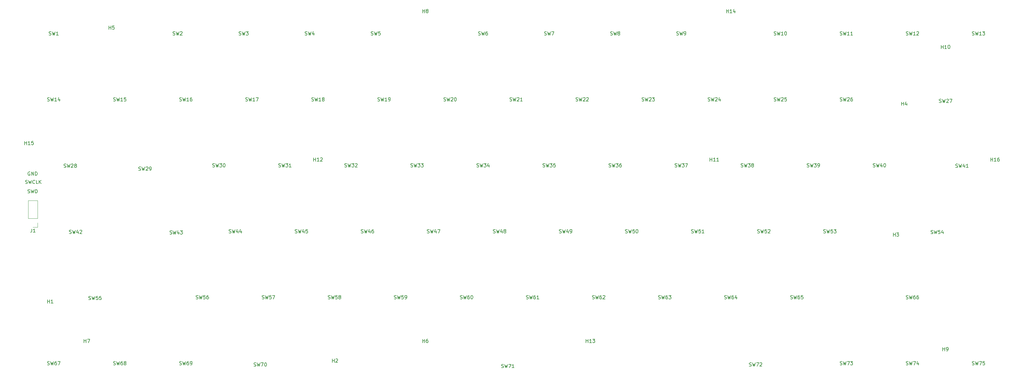
<source format=gto>
G04 #@! TF.GenerationSoftware,KiCad,Pcbnew,(6.0.5-0)*
G04 #@! TF.CreationDate,2022-07-26T23:18:35+09:00*
G04 #@! TF.ProjectId,key-ripper,6b65792d-7269-4707-9065-722e6b696361,rev?*
G04 #@! TF.SameCoordinates,Original*
G04 #@! TF.FileFunction,Legend,Top*
G04 #@! TF.FilePolarity,Positive*
%FSLAX46Y46*%
G04 Gerber Fmt 4.6, Leading zero omitted, Abs format (unit mm)*
G04 Created by KiCad (PCBNEW (6.0.5-0)) date 2022-07-26 23:18:35*
%MOMM*%
%LPD*%
G01*
G04 APERTURE LIST*
%ADD10C,0.150000*%
%ADD11C,0.120000*%
%ADD12C,1.750000*%
%ADD13C,4.000000*%
%ADD14C,1.550000*%
%ADD15C,2.200000*%
%ADD16C,3.048000*%
%ADD17C,3.987800*%
%ADD18R,1.700000X1.700000*%
%ADD19O,1.700000X1.700000*%
%ADD20C,0.750013*%
%ADD21O,1.200000X1.800000*%
%ADD22O,1.200000X2.000000*%
G04 APERTURE END LIST*
D10*
X21713095Y-71825000D02*
X21617857Y-71777380D01*
X21475000Y-71777380D01*
X21332142Y-71825000D01*
X21236904Y-71920238D01*
X21189285Y-72015476D01*
X21141666Y-72205952D01*
X21141666Y-72348809D01*
X21189285Y-72539285D01*
X21236904Y-72634523D01*
X21332142Y-72729761D01*
X21475000Y-72777380D01*
X21570238Y-72777380D01*
X21713095Y-72729761D01*
X21760714Y-72682142D01*
X21760714Y-72348809D01*
X21570238Y-72348809D01*
X22189285Y-72777380D02*
X22189285Y-71777380D01*
X22760714Y-72777380D01*
X22760714Y-71777380D01*
X23236904Y-72777380D02*
X23236904Y-71777380D01*
X23475000Y-71777380D01*
X23617857Y-71825000D01*
X23713095Y-71920238D01*
X23760714Y-72015476D01*
X23808333Y-72205952D01*
X23808333Y-72348809D01*
X23760714Y-72539285D01*
X23713095Y-72634523D01*
X23617857Y-72729761D01*
X23475000Y-72777380D01*
X23236904Y-72777380D01*
X21117857Y-77829761D02*
X21260714Y-77877380D01*
X21498809Y-77877380D01*
X21594047Y-77829761D01*
X21641666Y-77782142D01*
X21689285Y-77686904D01*
X21689285Y-77591666D01*
X21641666Y-77496428D01*
X21594047Y-77448809D01*
X21498809Y-77401190D01*
X21308333Y-77353571D01*
X21213095Y-77305952D01*
X21165476Y-77258333D01*
X21117857Y-77163095D01*
X21117857Y-77067857D01*
X21165476Y-76972619D01*
X21213095Y-76925000D01*
X21308333Y-76877380D01*
X21546428Y-76877380D01*
X21689285Y-76925000D01*
X22022619Y-76877380D02*
X22260714Y-77877380D01*
X22451190Y-77163095D01*
X22641666Y-77877380D01*
X22879761Y-76877380D01*
X23260714Y-77877380D02*
X23260714Y-76877380D01*
X23498809Y-76877380D01*
X23641666Y-76925000D01*
X23736904Y-77020238D01*
X23784523Y-77115476D01*
X23832142Y-77305952D01*
X23832142Y-77448809D01*
X23784523Y-77639285D01*
X23736904Y-77734523D01*
X23641666Y-77829761D01*
X23498809Y-77877380D01*
X23260714Y-77877380D01*
X20413095Y-75129761D02*
X20555952Y-75177380D01*
X20794047Y-75177380D01*
X20889285Y-75129761D01*
X20936904Y-75082142D01*
X20984523Y-74986904D01*
X20984523Y-74891666D01*
X20936904Y-74796428D01*
X20889285Y-74748809D01*
X20794047Y-74701190D01*
X20603571Y-74653571D01*
X20508333Y-74605952D01*
X20460714Y-74558333D01*
X20413095Y-74463095D01*
X20413095Y-74367857D01*
X20460714Y-74272619D01*
X20508333Y-74225000D01*
X20603571Y-74177380D01*
X20841666Y-74177380D01*
X20984523Y-74225000D01*
X21317857Y-74177380D02*
X21555952Y-75177380D01*
X21746428Y-74463095D01*
X21936904Y-75177380D01*
X22175000Y-74177380D01*
X23127380Y-75082142D02*
X23079761Y-75129761D01*
X22936904Y-75177380D01*
X22841666Y-75177380D01*
X22698809Y-75129761D01*
X22603571Y-75034523D01*
X22555952Y-74939285D01*
X22508333Y-74748809D01*
X22508333Y-74605952D01*
X22555952Y-74415476D01*
X22603571Y-74320238D01*
X22698809Y-74225000D01*
X22841666Y-74177380D01*
X22936904Y-74177380D01*
X23079761Y-74225000D01*
X23127380Y-74272619D01*
X24032142Y-75177380D02*
X23555952Y-75177380D01*
X23555952Y-74177380D01*
X24365476Y-75177380D02*
X24365476Y-74177380D01*
X24936904Y-75177380D02*
X24508333Y-74605952D01*
X24936904Y-74177380D02*
X24365476Y-74748809D01*
X283965476Y-51704761D02*
X284108333Y-51752380D01*
X284346428Y-51752380D01*
X284441666Y-51704761D01*
X284489285Y-51657142D01*
X284536904Y-51561904D01*
X284536904Y-51466666D01*
X284489285Y-51371428D01*
X284441666Y-51323809D01*
X284346428Y-51276190D01*
X284155952Y-51228571D01*
X284060714Y-51180952D01*
X284013095Y-51133333D01*
X283965476Y-51038095D01*
X283965476Y-50942857D01*
X284013095Y-50847619D01*
X284060714Y-50800000D01*
X284155952Y-50752380D01*
X284394047Y-50752380D01*
X284536904Y-50800000D01*
X284870238Y-50752380D02*
X285108333Y-51752380D01*
X285298809Y-51038095D01*
X285489285Y-51752380D01*
X285727380Y-50752380D01*
X286060714Y-50847619D02*
X286108333Y-50800000D01*
X286203571Y-50752380D01*
X286441666Y-50752380D01*
X286536904Y-50800000D01*
X286584523Y-50847619D01*
X286632142Y-50942857D01*
X286632142Y-51038095D01*
X286584523Y-51180952D01*
X286013095Y-51752380D01*
X286632142Y-51752380D01*
X286965476Y-50752380D02*
X287632142Y-50752380D01*
X287203571Y-51752380D01*
X86321726Y-127854761D02*
X86464583Y-127902380D01*
X86702678Y-127902380D01*
X86797916Y-127854761D01*
X86845535Y-127807142D01*
X86893154Y-127711904D01*
X86893154Y-127616666D01*
X86845535Y-127521428D01*
X86797916Y-127473809D01*
X86702678Y-127426190D01*
X86512202Y-127378571D01*
X86416964Y-127330952D01*
X86369345Y-127283333D01*
X86321726Y-127188095D01*
X86321726Y-127092857D01*
X86369345Y-126997619D01*
X86416964Y-126950000D01*
X86512202Y-126902380D01*
X86750297Y-126902380D01*
X86893154Y-126950000D01*
X87226488Y-126902380D02*
X87464583Y-127902380D01*
X87655059Y-127188095D01*
X87845535Y-127902380D01*
X88083630Y-126902380D01*
X88369345Y-126902380D02*
X89036011Y-126902380D01*
X88607440Y-127902380D01*
X89607440Y-126902380D02*
X89702678Y-126902380D01*
X89797916Y-126950000D01*
X89845535Y-126997619D01*
X89893154Y-127092857D01*
X89940773Y-127283333D01*
X89940773Y-127521428D01*
X89893154Y-127711904D01*
X89845535Y-127807142D01*
X89797916Y-127854761D01*
X89702678Y-127902380D01*
X89607440Y-127902380D01*
X89512202Y-127854761D01*
X89464583Y-127807142D01*
X89416964Y-127711904D01*
X89369345Y-127521428D01*
X89369345Y-127283333D01*
X89416964Y-127092857D01*
X89464583Y-126997619D01*
X89512202Y-126950000D01*
X89607440Y-126902380D01*
X229196726Y-127854761D02*
X229339583Y-127902380D01*
X229577678Y-127902380D01*
X229672916Y-127854761D01*
X229720535Y-127807142D01*
X229768154Y-127711904D01*
X229768154Y-127616666D01*
X229720535Y-127521428D01*
X229672916Y-127473809D01*
X229577678Y-127426190D01*
X229387202Y-127378571D01*
X229291964Y-127330952D01*
X229244345Y-127283333D01*
X229196726Y-127188095D01*
X229196726Y-127092857D01*
X229244345Y-126997619D01*
X229291964Y-126950000D01*
X229387202Y-126902380D01*
X229625297Y-126902380D01*
X229768154Y-126950000D01*
X230101488Y-126902380D02*
X230339583Y-127902380D01*
X230530059Y-127188095D01*
X230720535Y-127902380D01*
X230958630Y-126902380D01*
X231244345Y-126902380D02*
X231911011Y-126902380D01*
X231482440Y-127902380D01*
X232244345Y-126997619D02*
X232291964Y-126950000D01*
X232387202Y-126902380D01*
X232625297Y-126902380D01*
X232720535Y-126950000D01*
X232768154Y-126997619D01*
X232815773Y-127092857D01*
X232815773Y-127188095D01*
X232768154Y-127330952D01*
X232196726Y-127902380D01*
X232815773Y-127902380D01*
X157734226Y-128304761D02*
X157877083Y-128352380D01*
X158115178Y-128352380D01*
X158210416Y-128304761D01*
X158258035Y-128257142D01*
X158305654Y-128161904D01*
X158305654Y-128066666D01*
X158258035Y-127971428D01*
X158210416Y-127923809D01*
X158115178Y-127876190D01*
X157924702Y-127828571D01*
X157829464Y-127780952D01*
X157781845Y-127733333D01*
X157734226Y-127638095D01*
X157734226Y-127542857D01*
X157781845Y-127447619D01*
X157829464Y-127400000D01*
X157924702Y-127352380D01*
X158162797Y-127352380D01*
X158305654Y-127400000D01*
X158638988Y-127352380D02*
X158877083Y-128352380D01*
X159067559Y-127638095D01*
X159258035Y-128352380D01*
X159496130Y-127352380D01*
X159781845Y-127352380D02*
X160448511Y-127352380D01*
X160019940Y-128352380D01*
X161353273Y-128352380D02*
X160781845Y-128352380D01*
X161067559Y-128352380D02*
X161067559Y-127352380D01*
X160972321Y-127495238D01*
X160877083Y-127590476D01*
X160781845Y-127638095D01*
X281559226Y-89604761D02*
X281702083Y-89652380D01*
X281940178Y-89652380D01*
X282035416Y-89604761D01*
X282083035Y-89557142D01*
X282130654Y-89461904D01*
X282130654Y-89366666D01*
X282083035Y-89271428D01*
X282035416Y-89223809D01*
X281940178Y-89176190D01*
X281749702Y-89128571D01*
X281654464Y-89080952D01*
X281606845Y-89033333D01*
X281559226Y-88938095D01*
X281559226Y-88842857D01*
X281606845Y-88747619D01*
X281654464Y-88700000D01*
X281749702Y-88652380D01*
X281987797Y-88652380D01*
X282130654Y-88700000D01*
X282463988Y-88652380D02*
X282702083Y-89652380D01*
X282892559Y-88938095D01*
X283083035Y-89652380D01*
X283321130Y-88652380D01*
X284178273Y-88652380D02*
X283702083Y-88652380D01*
X283654464Y-89128571D01*
X283702083Y-89080952D01*
X283797321Y-89033333D01*
X284035416Y-89033333D01*
X284130654Y-89080952D01*
X284178273Y-89128571D01*
X284225892Y-89223809D01*
X284225892Y-89461904D01*
X284178273Y-89557142D01*
X284130654Y-89604761D01*
X284035416Y-89652380D01*
X283797321Y-89652380D01*
X283702083Y-89604761D01*
X283654464Y-89557142D01*
X285083035Y-88985714D02*
X285083035Y-89652380D01*
X284844940Y-88604761D02*
X284606845Y-89319047D01*
X285225892Y-89319047D01*
X38671726Y-108654761D02*
X38814583Y-108702380D01*
X39052678Y-108702380D01*
X39147916Y-108654761D01*
X39195535Y-108607142D01*
X39243154Y-108511904D01*
X39243154Y-108416666D01*
X39195535Y-108321428D01*
X39147916Y-108273809D01*
X39052678Y-108226190D01*
X38862202Y-108178571D01*
X38766964Y-108130952D01*
X38719345Y-108083333D01*
X38671726Y-107988095D01*
X38671726Y-107892857D01*
X38719345Y-107797619D01*
X38766964Y-107750000D01*
X38862202Y-107702380D01*
X39100297Y-107702380D01*
X39243154Y-107750000D01*
X39576488Y-107702380D02*
X39814583Y-108702380D01*
X40005059Y-107988095D01*
X40195535Y-108702380D01*
X40433630Y-107702380D01*
X41290773Y-107702380D02*
X40814583Y-107702380D01*
X40766964Y-108178571D01*
X40814583Y-108130952D01*
X40909821Y-108083333D01*
X41147916Y-108083333D01*
X41243154Y-108130952D01*
X41290773Y-108178571D01*
X41338392Y-108273809D01*
X41338392Y-108511904D01*
X41290773Y-108607142D01*
X41243154Y-108654761D01*
X41147916Y-108702380D01*
X40909821Y-108702380D01*
X40814583Y-108654761D01*
X40766964Y-108607142D01*
X42243154Y-107702380D02*
X41766964Y-107702380D01*
X41719345Y-108178571D01*
X41766964Y-108130952D01*
X41862202Y-108083333D01*
X42100297Y-108083333D01*
X42195535Y-108130952D01*
X42243154Y-108178571D01*
X42290773Y-108273809D01*
X42290773Y-108511904D01*
X42243154Y-108607142D01*
X42195535Y-108654761D01*
X42100297Y-108702380D01*
X41862202Y-108702380D01*
X41766964Y-108654761D01*
X41719345Y-108607142D01*
X145827976Y-108429761D02*
X145970833Y-108477380D01*
X146208928Y-108477380D01*
X146304166Y-108429761D01*
X146351785Y-108382142D01*
X146399404Y-108286904D01*
X146399404Y-108191666D01*
X146351785Y-108096428D01*
X146304166Y-108048809D01*
X146208928Y-108001190D01*
X146018452Y-107953571D01*
X145923214Y-107905952D01*
X145875595Y-107858333D01*
X145827976Y-107763095D01*
X145827976Y-107667857D01*
X145875595Y-107572619D01*
X145923214Y-107525000D01*
X146018452Y-107477380D01*
X146256547Y-107477380D01*
X146399404Y-107525000D01*
X146732738Y-107477380D02*
X146970833Y-108477380D01*
X147161309Y-107763095D01*
X147351785Y-108477380D01*
X147589880Y-107477380D01*
X148399404Y-107477380D02*
X148208928Y-107477380D01*
X148113690Y-107525000D01*
X148066071Y-107572619D01*
X147970833Y-107715476D01*
X147923214Y-107905952D01*
X147923214Y-108286904D01*
X147970833Y-108382142D01*
X148018452Y-108429761D01*
X148113690Y-108477380D01*
X148304166Y-108477380D01*
X148399404Y-108429761D01*
X148447023Y-108382142D01*
X148494642Y-108286904D01*
X148494642Y-108048809D01*
X148447023Y-107953571D01*
X148399404Y-107905952D01*
X148304166Y-107858333D01*
X148113690Y-107858333D01*
X148018452Y-107905952D01*
X147970833Y-107953571D01*
X147923214Y-108048809D01*
X149113690Y-107477380D02*
X149208928Y-107477380D01*
X149304166Y-107525000D01*
X149351785Y-107572619D01*
X149399404Y-107667857D01*
X149447023Y-107858333D01*
X149447023Y-108096428D01*
X149399404Y-108286904D01*
X149351785Y-108382142D01*
X149304166Y-108429761D01*
X149208928Y-108477380D01*
X149113690Y-108477380D01*
X149018452Y-108429761D01*
X148970833Y-108382142D01*
X148923214Y-108286904D01*
X148875595Y-108096428D01*
X148875595Y-107858333D01*
X148923214Y-107667857D01*
X148970833Y-107572619D01*
X149018452Y-107525000D01*
X149113690Y-107477380D01*
X79152976Y-89379761D02*
X79295833Y-89427380D01*
X79533928Y-89427380D01*
X79629166Y-89379761D01*
X79676785Y-89332142D01*
X79724404Y-89236904D01*
X79724404Y-89141666D01*
X79676785Y-89046428D01*
X79629166Y-88998809D01*
X79533928Y-88951190D01*
X79343452Y-88903571D01*
X79248214Y-88855952D01*
X79200595Y-88808333D01*
X79152976Y-88713095D01*
X79152976Y-88617857D01*
X79200595Y-88522619D01*
X79248214Y-88475000D01*
X79343452Y-88427380D01*
X79581547Y-88427380D01*
X79724404Y-88475000D01*
X80057738Y-88427380D02*
X80295833Y-89427380D01*
X80486309Y-88713095D01*
X80676785Y-89427380D01*
X80914880Y-88427380D01*
X81724404Y-88760714D02*
X81724404Y-89427380D01*
X81486309Y-88379761D02*
X81248214Y-89094047D01*
X81867261Y-89094047D01*
X82676785Y-88760714D02*
X82676785Y-89427380D01*
X82438690Y-88379761D02*
X82200595Y-89094047D01*
X82819642Y-89094047D01*
X98202976Y-89379761D02*
X98345833Y-89427380D01*
X98583928Y-89427380D01*
X98679166Y-89379761D01*
X98726785Y-89332142D01*
X98774404Y-89236904D01*
X98774404Y-89141666D01*
X98726785Y-89046428D01*
X98679166Y-88998809D01*
X98583928Y-88951190D01*
X98393452Y-88903571D01*
X98298214Y-88855952D01*
X98250595Y-88808333D01*
X98202976Y-88713095D01*
X98202976Y-88617857D01*
X98250595Y-88522619D01*
X98298214Y-88475000D01*
X98393452Y-88427380D01*
X98631547Y-88427380D01*
X98774404Y-88475000D01*
X99107738Y-88427380D02*
X99345833Y-89427380D01*
X99536309Y-88713095D01*
X99726785Y-89427380D01*
X99964880Y-88427380D01*
X100774404Y-88760714D02*
X100774404Y-89427380D01*
X100536309Y-88379761D02*
X100298214Y-89094047D01*
X100917261Y-89094047D01*
X101774404Y-88427380D02*
X101298214Y-88427380D01*
X101250595Y-88903571D01*
X101298214Y-88855952D01*
X101393452Y-88808333D01*
X101631547Y-88808333D01*
X101726785Y-88855952D01*
X101774404Y-88903571D01*
X101822023Y-88998809D01*
X101822023Y-89236904D01*
X101774404Y-89332142D01*
X101726785Y-89379761D01*
X101631547Y-89427380D01*
X101393452Y-89427380D01*
X101298214Y-89379761D01*
X101250595Y-89332142D01*
X226790476Y-70329761D02*
X226933333Y-70377380D01*
X227171428Y-70377380D01*
X227266666Y-70329761D01*
X227314285Y-70282142D01*
X227361904Y-70186904D01*
X227361904Y-70091666D01*
X227314285Y-69996428D01*
X227266666Y-69948809D01*
X227171428Y-69901190D01*
X226980952Y-69853571D01*
X226885714Y-69805952D01*
X226838095Y-69758333D01*
X226790476Y-69663095D01*
X226790476Y-69567857D01*
X226838095Y-69472619D01*
X226885714Y-69425000D01*
X226980952Y-69377380D01*
X227219047Y-69377380D01*
X227361904Y-69425000D01*
X227695238Y-69377380D02*
X227933333Y-70377380D01*
X228123809Y-69663095D01*
X228314285Y-70377380D01*
X228552380Y-69377380D01*
X228838095Y-69377380D02*
X229457142Y-69377380D01*
X229123809Y-69758333D01*
X229266666Y-69758333D01*
X229361904Y-69805952D01*
X229409523Y-69853571D01*
X229457142Y-69948809D01*
X229457142Y-70186904D01*
X229409523Y-70282142D01*
X229361904Y-70329761D01*
X229266666Y-70377380D01*
X228980952Y-70377380D01*
X228885714Y-70329761D01*
X228838095Y-70282142D01*
X230028571Y-69805952D02*
X229933333Y-69758333D01*
X229885714Y-69710714D01*
X229838095Y-69615476D01*
X229838095Y-69567857D01*
X229885714Y-69472619D01*
X229933333Y-69425000D01*
X230028571Y-69377380D01*
X230219047Y-69377380D01*
X230314285Y-69425000D01*
X230361904Y-69472619D01*
X230409523Y-69567857D01*
X230409523Y-69615476D01*
X230361904Y-69710714D01*
X230314285Y-69758333D01*
X230219047Y-69805952D01*
X230028571Y-69805952D01*
X229933333Y-69853571D01*
X229885714Y-69901190D01*
X229838095Y-69996428D01*
X229838095Y-70186904D01*
X229885714Y-70282142D01*
X229933333Y-70329761D01*
X230028571Y-70377380D01*
X230219047Y-70377380D01*
X230314285Y-70329761D01*
X230361904Y-70282142D01*
X230409523Y-70186904D01*
X230409523Y-69996428D01*
X230361904Y-69901190D01*
X230314285Y-69853571D01*
X230219047Y-69805952D01*
X83915476Y-51279761D02*
X84058333Y-51327380D01*
X84296428Y-51327380D01*
X84391666Y-51279761D01*
X84439285Y-51232142D01*
X84486904Y-51136904D01*
X84486904Y-51041666D01*
X84439285Y-50946428D01*
X84391666Y-50898809D01*
X84296428Y-50851190D01*
X84105952Y-50803571D01*
X84010714Y-50755952D01*
X83963095Y-50708333D01*
X83915476Y-50613095D01*
X83915476Y-50517857D01*
X83963095Y-50422619D01*
X84010714Y-50375000D01*
X84105952Y-50327380D01*
X84344047Y-50327380D01*
X84486904Y-50375000D01*
X84820238Y-50327380D02*
X85058333Y-51327380D01*
X85248809Y-50613095D01*
X85439285Y-51327380D01*
X85677380Y-50327380D01*
X86582142Y-51327380D02*
X86010714Y-51327380D01*
X86296428Y-51327380D02*
X86296428Y-50327380D01*
X86201190Y-50470238D01*
X86105952Y-50565476D01*
X86010714Y-50613095D01*
X86915476Y-50327380D02*
X87582142Y-50327380D01*
X87153571Y-51327380D01*
X250602976Y-89379761D02*
X250745833Y-89427380D01*
X250983928Y-89427380D01*
X251079166Y-89379761D01*
X251126785Y-89332142D01*
X251174404Y-89236904D01*
X251174404Y-89141666D01*
X251126785Y-89046428D01*
X251079166Y-88998809D01*
X250983928Y-88951190D01*
X250793452Y-88903571D01*
X250698214Y-88855952D01*
X250650595Y-88808333D01*
X250602976Y-88713095D01*
X250602976Y-88617857D01*
X250650595Y-88522619D01*
X250698214Y-88475000D01*
X250793452Y-88427380D01*
X251031547Y-88427380D01*
X251174404Y-88475000D01*
X251507738Y-88427380D02*
X251745833Y-89427380D01*
X251936309Y-88713095D01*
X252126785Y-89427380D01*
X252364880Y-88427380D01*
X253222023Y-88427380D02*
X252745833Y-88427380D01*
X252698214Y-88903571D01*
X252745833Y-88855952D01*
X252841071Y-88808333D01*
X253079166Y-88808333D01*
X253174404Y-88855952D01*
X253222023Y-88903571D01*
X253269642Y-88998809D01*
X253269642Y-89236904D01*
X253222023Y-89332142D01*
X253174404Y-89379761D01*
X253079166Y-89427380D01*
X252841071Y-89427380D01*
X252745833Y-89379761D01*
X252698214Y-89332142D01*
X253602976Y-88427380D02*
X254222023Y-88427380D01*
X253888690Y-88808333D01*
X254031547Y-88808333D01*
X254126785Y-88855952D01*
X254174404Y-88903571D01*
X254222023Y-88998809D01*
X254222023Y-89236904D01*
X254174404Y-89332142D01*
X254126785Y-89379761D01*
X254031547Y-89427380D01*
X253745833Y-89427380D01*
X253650595Y-89379761D01*
X253602976Y-89332142D01*
X274415476Y-108429761D02*
X274558333Y-108477380D01*
X274796428Y-108477380D01*
X274891666Y-108429761D01*
X274939285Y-108382142D01*
X274986904Y-108286904D01*
X274986904Y-108191666D01*
X274939285Y-108096428D01*
X274891666Y-108048809D01*
X274796428Y-108001190D01*
X274605952Y-107953571D01*
X274510714Y-107905952D01*
X274463095Y-107858333D01*
X274415476Y-107763095D01*
X274415476Y-107667857D01*
X274463095Y-107572619D01*
X274510714Y-107525000D01*
X274605952Y-107477380D01*
X274844047Y-107477380D01*
X274986904Y-107525000D01*
X275320238Y-107477380D02*
X275558333Y-108477380D01*
X275748809Y-107763095D01*
X275939285Y-108477380D01*
X276177380Y-107477380D01*
X276986904Y-107477380D02*
X276796428Y-107477380D01*
X276701190Y-107525000D01*
X276653571Y-107572619D01*
X276558333Y-107715476D01*
X276510714Y-107905952D01*
X276510714Y-108286904D01*
X276558333Y-108382142D01*
X276605952Y-108429761D01*
X276701190Y-108477380D01*
X276891666Y-108477380D01*
X276986904Y-108429761D01*
X277034523Y-108382142D01*
X277082142Y-108286904D01*
X277082142Y-108048809D01*
X277034523Y-107953571D01*
X276986904Y-107905952D01*
X276891666Y-107858333D01*
X276701190Y-107858333D01*
X276605952Y-107905952D01*
X276558333Y-107953571D01*
X276510714Y-108048809D01*
X277939285Y-107477380D02*
X277748809Y-107477380D01*
X277653571Y-107525000D01*
X277605952Y-107572619D01*
X277510714Y-107715476D01*
X277463095Y-107905952D01*
X277463095Y-108286904D01*
X277510714Y-108382142D01*
X277558333Y-108429761D01*
X277653571Y-108477380D01*
X277844047Y-108477380D01*
X277939285Y-108429761D01*
X277986904Y-108382142D01*
X278034523Y-108286904D01*
X278034523Y-108048809D01*
X277986904Y-107953571D01*
X277939285Y-107905952D01*
X277844047Y-107858333D01*
X277653571Y-107858333D01*
X277558333Y-107905952D01*
X277510714Y-107953571D01*
X277463095Y-108048809D01*
X198215476Y-51279761D02*
X198358333Y-51327380D01*
X198596428Y-51327380D01*
X198691666Y-51279761D01*
X198739285Y-51232142D01*
X198786904Y-51136904D01*
X198786904Y-51041666D01*
X198739285Y-50946428D01*
X198691666Y-50898809D01*
X198596428Y-50851190D01*
X198405952Y-50803571D01*
X198310714Y-50755952D01*
X198263095Y-50708333D01*
X198215476Y-50613095D01*
X198215476Y-50517857D01*
X198263095Y-50422619D01*
X198310714Y-50375000D01*
X198405952Y-50327380D01*
X198644047Y-50327380D01*
X198786904Y-50375000D01*
X199120238Y-50327380D02*
X199358333Y-51327380D01*
X199548809Y-50613095D01*
X199739285Y-51327380D01*
X199977380Y-50327380D01*
X200310714Y-50422619D02*
X200358333Y-50375000D01*
X200453571Y-50327380D01*
X200691666Y-50327380D01*
X200786904Y-50375000D01*
X200834523Y-50422619D01*
X200882142Y-50517857D01*
X200882142Y-50613095D01*
X200834523Y-50755952D01*
X200263095Y-51327380D01*
X200882142Y-51327380D01*
X201215476Y-50327380D02*
X201834523Y-50327380D01*
X201501190Y-50708333D01*
X201644047Y-50708333D01*
X201739285Y-50755952D01*
X201786904Y-50803571D01*
X201834523Y-50898809D01*
X201834523Y-51136904D01*
X201786904Y-51232142D01*
X201739285Y-51279761D01*
X201644047Y-51327380D01*
X201358333Y-51327380D01*
X201263095Y-51279761D01*
X201215476Y-51232142D01*
X183927976Y-108429761D02*
X184070833Y-108477380D01*
X184308928Y-108477380D01*
X184404166Y-108429761D01*
X184451785Y-108382142D01*
X184499404Y-108286904D01*
X184499404Y-108191666D01*
X184451785Y-108096428D01*
X184404166Y-108048809D01*
X184308928Y-108001190D01*
X184118452Y-107953571D01*
X184023214Y-107905952D01*
X183975595Y-107858333D01*
X183927976Y-107763095D01*
X183927976Y-107667857D01*
X183975595Y-107572619D01*
X184023214Y-107525000D01*
X184118452Y-107477380D01*
X184356547Y-107477380D01*
X184499404Y-107525000D01*
X184832738Y-107477380D02*
X185070833Y-108477380D01*
X185261309Y-107763095D01*
X185451785Y-108477380D01*
X185689880Y-107477380D01*
X186499404Y-107477380D02*
X186308928Y-107477380D01*
X186213690Y-107525000D01*
X186166071Y-107572619D01*
X186070833Y-107715476D01*
X186023214Y-107905952D01*
X186023214Y-108286904D01*
X186070833Y-108382142D01*
X186118452Y-108429761D01*
X186213690Y-108477380D01*
X186404166Y-108477380D01*
X186499404Y-108429761D01*
X186547023Y-108382142D01*
X186594642Y-108286904D01*
X186594642Y-108048809D01*
X186547023Y-107953571D01*
X186499404Y-107905952D01*
X186404166Y-107858333D01*
X186213690Y-107858333D01*
X186118452Y-107905952D01*
X186070833Y-107953571D01*
X186023214Y-108048809D01*
X186975595Y-107572619D02*
X187023214Y-107525000D01*
X187118452Y-107477380D01*
X187356547Y-107477380D01*
X187451785Y-107525000D01*
X187499404Y-107572619D01*
X187547023Y-107667857D01*
X187547023Y-107763095D01*
X187499404Y-107905952D01*
X186927976Y-108477380D01*
X187547023Y-108477380D01*
X141065476Y-51279761D02*
X141208333Y-51327380D01*
X141446428Y-51327380D01*
X141541666Y-51279761D01*
X141589285Y-51232142D01*
X141636904Y-51136904D01*
X141636904Y-51041666D01*
X141589285Y-50946428D01*
X141541666Y-50898809D01*
X141446428Y-50851190D01*
X141255952Y-50803571D01*
X141160714Y-50755952D01*
X141113095Y-50708333D01*
X141065476Y-50613095D01*
X141065476Y-50517857D01*
X141113095Y-50422619D01*
X141160714Y-50375000D01*
X141255952Y-50327380D01*
X141494047Y-50327380D01*
X141636904Y-50375000D01*
X141970238Y-50327380D02*
X142208333Y-51327380D01*
X142398809Y-50613095D01*
X142589285Y-51327380D01*
X142827380Y-50327380D01*
X143160714Y-50422619D02*
X143208333Y-50375000D01*
X143303571Y-50327380D01*
X143541666Y-50327380D01*
X143636904Y-50375000D01*
X143684523Y-50422619D01*
X143732142Y-50517857D01*
X143732142Y-50613095D01*
X143684523Y-50755952D01*
X143113095Y-51327380D01*
X143732142Y-51327380D01*
X144351190Y-50327380D02*
X144446428Y-50327380D01*
X144541666Y-50375000D01*
X144589285Y-50422619D01*
X144636904Y-50517857D01*
X144684523Y-50708333D01*
X144684523Y-50946428D01*
X144636904Y-51136904D01*
X144589285Y-51232142D01*
X144541666Y-51279761D01*
X144446428Y-51327380D01*
X144351190Y-51327380D01*
X144255952Y-51279761D01*
X144208333Y-51232142D01*
X144160714Y-51136904D01*
X144113095Y-50946428D01*
X144113095Y-50708333D01*
X144160714Y-50517857D01*
X144208333Y-50422619D01*
X144255952Y-50375000D01*
X144351190Y-50327380D01*
X188690476Y-70329761D02*
X188833333Y-70377380D01*
X189071428Y-70377380D01*
X189166666Y-70329761D01*
X189214285Y-70282142D01*
X189261904Y-70186904D01*
X189261904Y-70091666D01*
X189214285Y-69996428D01*
X189166666Y-69948809D01*
X189071428Y-69901190D01*
X188880952Y-69853571D01*
X188785714Y-69805952D01*
X188738095Y-69758333D01*
X188690476Y-69663095D01*
X188690476Y-69567857D01*
X188738095Y-69472619D01*
X188785714Y-69425000D01*
X188880952Y-69377380D01*
X189119047Y-69377380D01*
X189261904Y-69425000D01*
X189595238Y-69377380D02*
X189833333Y-70377380D01*
X190023809Y-69663095D01*
X190214285Y-70377380D01*
X190452380Y-69377380D01*
X190738095Y-69377380D02*
X191357142Y-69377380D01*
X191023809Y-69758333D01*
X191166666Y-69758333D01*
X191261904Y-69805952D01*
X191309523Y-69853571D01*
X191357142Y-69948809D01*
X191357142Y-70186904D01*
X191309523Y-70282142D01*
X191261904Y-70329761D01*
X191166666Y-70377380D01*
X190880952Y-70377380D01*
X190785714Y-70329761D01*
X190738095Y-70282142D01*
X192214285Y-69377380D02*
X192023809Y-69377380D01*
X191928571Y-69425000D01*
X191880952Y-69472619D01*
X191785714Y-69615476D01*
X191738095Y-69805952D01*
X191738095Y-70186904D01*
X191785714Y-70282142D01*
X191833333Y-70329761D01*
X191928571Y-70377380D01*
X192119047Y-70377380D01*
X192214285Y-70329761D01*
X192261904Y-70282142D01*
X192309523Y-70186904D01*
X192309523Y-69948809D01*
X192261904Y-69853571D01*
X192214285Y-69805952D01*
X192119047Y-69758333D01*
X191928571Y-69758333D01*
X191833333Y-69805952D01*
X191785714Y-69853571D01*
X191738095Y-69948809D01*
X236315476Y-32229761D02*
X236458333Y-32277380D01*
X236696428Y-32277380D01*
X236791666Y-32229761D01*
X236839285Y-32182142D01*
X236886904Y-32086904D01*
X236886904Y-31991666D01*
X236839285Y-31896428D01*
X236791666Y-31848809D01*
X236696428Y-31801190D01*
X236505952Y-31753571D01*
X236410714Y-31705952D01*
X236363095Y-31658333D01*
X236315476Y-31563095D01*
X236315476Y-31467857D01*
X236363095Y-31372619D01*
X236410714Y-31325000D01*
X236505952Y-31277380D01*
X236744047Y-31277380D01*
X236886904Y-31325000D01*
X237220238Y-31277380D02*
X237458333Y-32277380D01*
X237648809Y-31563095D01*
X237839285Y-32277380D01*
X238077380Y-31277380D01*
X238982142Y-32277380D02*
X238410714Y-32277380D01*
X238696428Y-32277380D02*
X238696428Y-31277380D01*
X238601190Y-31420238D01*
X238505952Y-31515476D01*
X238410714Y-31563095D01*
X239601190Y-31277380D02*
X239696428Y-31277380D01*
X239791666Y-31325000D01*
X239839285Y-31372619D01*
X239886904Y-31467857D01*
X239934523Y-31658333D01*
X239934523Y-31896428D01*
X239886904Y-32086904D01*
X239839285Y-32182142D01*
X239791666Y-32229761D01*
X239696428Y-32277380D01*
X239601190Y-32277380D01*
X239505952Y-32229761D01*
X239458333Y-32182142D01*
X239410714Y-32086904D01*
X239363095Y-31896428D01*
X239363095Y-31658333D01*
X239410714Y-31467857D01*
X239458333Y-31372619D01*
X239505952Y-31325000D01*
X239601190Y-31277380D01*
X155352976Y-89379761D02*
X155495833Y-89427380D01*
X155733928Y-89427380D01*
X155829166Y-89379761D01*
X155876785Y-89332142D01*
X155924404Y-89236904D01*
X155924404Y-89141666D01*
X155876785Y-89046428D01*
X155829166Y-88998809D01*
X155733928Y-88951190D01*
X155543452Y-88903571D01*
X155448214Y-88855952D01*
X155400595Y-88808333D01*
X155352976Y-88713095D01*
X155352976Y-88617857D01*
X155400595Y-88522619D01*
X155448214Y-88475000D01*
X155543452Y-88427380D01*
X155781547Y-88427380D01*
X155924404Y-88475000D01*
X156257738Y-88427380D02*
X156495833Y-89427380D01*
X156686309Y-88713095D01*
X156876785Y-89427380D01*
X157114880Y-88427380D01*
X157924404Y-88760714D02*
X157924404Y-89427380D01*
X157686309Y-88379761D02*
X157448214Y-89094047D01*
X158067261Y-89094047D01*
X158591071Y-88855952D02*
X158495833Y-88808333D01*
X158448214Y-88760714D01*
X158400595Y-88665476D01*
X158400595Y-88617857D01*
X158448214Y-88522619D01*
X158495833Y-88475000D01*
X158591071Y-88427380D01*
X158781547Y-88427380D01*
X158876785Y-88475000D01*
X158924404Y-88522619D01*
X158972023Y-88617857D01*
X158972023Y-88665476D01*
X158924404Y-88760714D01*
X158876785Y-88808333D01*
X158781547Y-88855952D01*
X158591071Y-88855952D01*
X158495833Y-88903571D01*
X158448214Y-88951190D01*
X158400595Y-89046428D01*
X158400595Y-89236904D01*
X158448214Y-89332142D01*
X158495833Y-89379761D01*
X158591071Y-89427380D01*
X158781547Y-89427380D01*
X158876785Y-89379761D01*
X158924404Y-89332142D01*
X158972023Y-89236904D01*
X158972023Y-89046428D01*
X158924404Y-88951190D01*
X158876785Y-88903571D01*
X158781547Y-88855952D01*
X131540476Y-70329761D02*
X131683333Y-70377380D01*
X131921428Y-70377380D01*
X132016666Y-70329761D01*
X132064285Y-70282142D01*
X132111904Y-70186904D01*
X132111904Y-70091666D01*
X132064285Y-69996428D01*
X132016666Y-69948809D01*
X131921428Y-69901190D01*
X131730952Y-69853571D01*
X131635714Y-69805952D01*
X131588095Y-69758333D01*
X131540476Y-69663095D01*
X131540476Y-69567857D01*
X131588095Y-69472619D01*
X131635714Y-69425000D01*
X131730952Y-69377380D01*
X131969047Y-69377380D01*
X132111904Y-69425000D01*
X132445238Y-69377380D02*
X132683333Y-70377380D01*
X132873809Y-69663095D01*
X133064285Y-70377380D01*
X133302380Y-69377380D01*
X133588095Y-69377380D02*
X134207142Y-69377380D01*
X133873809Y-69758333D01*
X134016666Y-69758333D01*
X134111904Y-69805952D01*
X134159523Y-69853571D01*
X134207142Y-69948809D01*
X134207142Y-70186904D01*
X134159523Y-70282142D01*
X134111904Y-70329761D01*
X134016666Y-70377380D01*
X133730952Y-70377380D01*
X133635714Y-70329761D01*
X133588095Y-70282142D01*
X134540476Y-69377380D02*
X135159523Y-69377380D01*
X134826190Y-69758333D01*
X134969047Y-69758333D01*
X135064285Y-69805952D01*
X135111904Y-69853571D01*
X135159523Y-69948809D01*
X135159523Y-70186904D01*
X135111904Y-70282142D01*
X135064285Y-70329761D01*
X134969047Y-70377380D01*
X134683333Y-70377380D01*
X134588095Y-70329761D01*
X134540476Y-70282142D01*
X160115476Y-51279761D02*
X160258333Y-51327380D01*
X160496428Y-51327380D01*
X160591666Y-51279761D01*
X160639285Y-51232142D01*
X160686904Y-51136904D01*
X160686904Y-51041666D01*
X160639285Y-50946428D01*
X160591666Y-50898809D01*
X160496428Y-50851190D01*
X160305952Y-50803571D01*
X160210714Y-50755952D01*
X160163095Y-50708333D01*
X160115476Y-50613095D01*
X160115476Y-50517857D01*
X160163095Y-50422619D01*
X160210714Y-50375000D01*
X160305952Y-50327380D01*
X160544047Y-50327380D01*
X160686904Y-50375000D01*
X161020238Y-50327380D02*
X161258333Y-51327380D01*
X161448809Y-50613095D01*
X161639285Y-51327380D01*
X161877380Y-50327380D01*
X162210714Y-50422619D02*
X162258333Y-50375000D01*
X162353571Y-50327380D01*
X162591666Y-50327380D01*
X162686904Y-50375000D01*
X162734523Y-50422619D01*
X162782142Y-50517857D01*
X162782142Y-50613095D01*
X162734523Y-50755952D01*
X162163095Y-51327380D01*
X162782142Y-51327380D01*
X163734523Y-51327380D02*
X163163095Y-51327380D01*
X163448809Y-51327380D02*
X163448809Y-50327380D01*
X163353571Y-50470238D01*
X163258333Y-50565476D01*
X163163095Y-50613095D01*
X170116666Y-32229761D02*
X170259523Y-32277380D01*
X170497619Y-32277380D01*
X170592857Y-32229761D01*
X170640476Y-32182142D01*
X170688095Y-32086904D01*
X170688095Y-31991666D01*
X170640476Y-31896428D01*
X170592857Y-31848809D01*
X170497619Y-31801190D01*
X170307142Y-31753571D01*
X170211904Y-31705952D01*
X170164285Y-31658333D01*
X170116666Y-31563095D01*
X170116666Y-31467857D01*
X170164285Y-31372619D01*
X170211904Y-31325000D01*
X170307142Y-31277380D01*
X170545238Y-31277380D01*
X170688095Y-31325000D01*
X171021428Y-31277380D02*
X171259523Y-32277380D01*
X171450000Y-31563095D01*
X171640476Y-32277380D01*
X171878571Y-31277380D01*
X172164285Y-31277380D02*
X172830952Y-31277380D01*
X172402380Y-32277380D01*
X117252976Y-89379761D02*
X117395833Y-89427380D01*
X117633928Y-89427380D01*
X117729166Y-89379761D01*
X117776785Y-89332142D01*
X117824404Y-89236904D01*
X117824404Y-89141666D01*
X117776785Y-89046428D01*
X117729166Y-88998809D01*
X117633928Y-88951190D01*
X117443452Y-88903571D01*
X117348214Y-88855952D01*
X117300595Y-88808333D01*
X117252976Y-88713095D01*
X117252976Y-88617857D01*
X117300595Y-88522619D01*
X117348214Y-88475000D01*
X117443452Y-88427380D01*
X117681547Y-88427380D01*
X117824404Y-88475000D01*
X118157738Y-88427380D02*
X118395833Y-89427380D01*
X118586309Y-88713095D01*
X118776785Y-89427380D01*
X119014880Y-88427380D01*
X119824404Y-88760714D02*
X119824404Y-89427380D01*
X119586309Y-88379761D02*
X119348214Y-89094047D01*
X119967261Y-89094047D01*
X120776785Y-88427380D02*
X120586309Y-88427380D01*
X120491071Y-88475000D01*
X120443452Y-88522619D01*
X120348214Y-88665476D01*
X120300595Y-88855952D01*
X120300595Y-89236904D01*
X120348214Y-89332142D01*
X120395833Y-89379761D01*
X120491071Y-89427380D01*
X120681547Y-89427380D01*
X120776785Y-89379761D01*
X120824404Y-89332142D01*
X120872023Y-89236904D01*
X120872023Y-88998809D01*
X120824404Y-88903571D01*
X120776785Y-88855952D01*
X120681547Y-88808333D01*
X120491071Y-88808333D01*
X120395833Y-88855952D01*
X120348214Y-88903571D01*
X120300595Y-88998809D01*
X193452976Y-89379761D02*
X193595833Y-89427380D01*
X193833928Y-89427380D01*
X193929166Y-89379761D01*
X193976785Y-89332142D01*
X194024404Y-89236904D01*
X194024404Y-89141666D01*
X193976785Y-89046428D01*
X193929166Y-88998809D01*
X193833928Y-88951190D01*
X193643452Y-88903571D01*
X193548214Y-88855952D01*
X193500595Y-88808333D01*
X193452976Y-88713095D01*
X193452976Y-88617857D01*
X193500595Y-88522619D01*
X193548214Y-88475000D01*
X193643452Y-88427380D01*
X193881547Y-88427380D01*
X194024404Y-88475000D01*
X194357738Y-88427380D02*
X194595833Y-89427380D01*
X194786309Y-88713095D01*
X194976785Y-89427380D01*
X195214880Y-88427380D01*
X196072023Y-88427380D02*
X195595833Y-88427380D01*
X195548214Y-88903571D01*
X195595833Y-88855952D01*
X195691071Y-88808333D01*
X195929166Y-88808333D01*
X196024404Y-88855952D01*
X196072023Y-88903571D01*
X196119642Y-88998809D01*
X196119642Y-89236904D01*
X196072023Y-89332142D01*
X196024404Y-89379761D01*
X195929166Y-89427380D01*
X195691071Y-89427380D01*
X195595833Y-89379761D01*
X195548214Y-89332142D01*
X196738690Y-88427380D02*
X196833928Y-88427380D01*
X196929166Y-88475000D01*
X196976785Y-88522619D01*
X197024404Y-88617857D01*
X197072023Y-88808333D01*
X197072023Y-89046428D01*
X197024404Y-89236904D01*
X196976785Y-89332142D01*
X196929166Y-89379761D01*
X196833928Y-89427380D01*
X196738690Y-89427380D01*
X196643452Y-89379761D01*
X196595833Y-89332142D01*
X196548214Y-89236904D01*
X196500595Y-89046428D01*
X196500595Y-88808333D01*
X196548214Y-88617857D01*
X196595833Y-88522619D01*
X196643452Y-88475000D01*
X196738690Y-88427380D01*
X207740476Y-70329761D02*
X207883333Y-70377380D01*
X208121428Y-70377380D01*
X208216666Y-70329761D01*
X208264285Y-70282142D01*
X208311904Y-70186904D01*
X208311904Y-70091666D01*
X208264285Y-69996428D01*
X208216666Y-69948809D01*
X208121428Y-69901190D01*
X207930952Y-69853571D01*
X207835714Y-69805952D01*
X207788095Y-69758333D01*
X207740476Y-69663095D01*
X207740476Y-69567857D01*
X207788095Y-69472619D01*
X207835714Y-69425000D01*
X207930952Y-69377380D01*
X208169047Y-69377380D01*
X208311904Y-69425000D01*
X208645238Y-69377380D02*
X208883333Y-70377380D01*
X209073809Y-69663095D01*
X209264285Y-70377380D01*
X209502380Y-69377380D01*
X209788095Y-69377380D02*
X210407142Y-69377380D01*
X210073809Y-69758333D01*
X210216666Y-69758333D01*
X210311904Y-69805952D01*
X210359523Y-69853571D01*
X210407142Y-69948809D01*
X210407142Y-70186904D01*
X210359523Y-70282142D01*
X210311904Y-70329761D01*
X210216666Y-70377380D01*
X209930952Y-70377380D01*
X209835714Y-70329761D01*
X209788095Y-70282142D01*
X210740476Y-69377380D02*
X211407142Y-69377380D01*
X210978571Y-70377380D01*
X62090476Y-89704761D02*
X62233333Y-89752380D01*
X62471428Y-89752380D01*
X62566666Y-89704761D01*
X62614285Y-89657142D01*
X62661904Y-89561904D01*
X62661904Y-89466666D01*
X62614285Y-89371428D01*
X62566666Y-89323809D01*
X62471428Y-89276190D01*
X62280952Y-89228571D01*
X62185714Y-89180952D01*
X62138095Y-89133333D01*
X62090476Y-89038095D01*
X62090476Y-88942857D01*
X62138095Y-88847619D01*
X62185714Y-88800000D01*
X62280952Y-88752380D01*
X62519047Y-88752380D01*
X62661904Y-88800000D01*
X62995238Y-88752380D02*
X63233333Y-89752380D01*
X63423809Y-89038095D01*
X63614285Y-89752380D01*
X63852380Y-88752380D01*
X64661904Y-89085714D02*
X64661904Y-89752380D01*
X64423809Y-88704761D02*
X64185714Y-89419047D01*
X64804761Y-89419047D01*
X65090476Y-88752380D02*
X65709523Y-88752380D01*
X65376190Y-89133333D01*
X65519047Y-89133333D01*
X65614285Y-89180952D01*
X65661904Y-89228571D01*
X65709523Y-89323809D01*
X65709523Y-89561904D01*
X65661904Y-89657142D01*
X65614285Y-89704761D01*
X65519047Y-89752380D01*
X65233333Y-89752380D01*
X65138095Y-89704761D01*
X65090476Y-89657142D01*
X126777976Y-108429761D02*
X126920833Y-108477380D01*
X127158928Y-108477380D01*
X127254166Y-108429761D01*
X127301785Y-108382142D01*
X127349404Y-108286904D01*
X127349404Y-108191666D01*
X127301785Y-108096428D01*
X127254166Y-108048809D01*
X127158928Y-108001190D01*
X126968452Y-107953571D01*
X126873214Y-107905952D01*
X126825595Y-107858333D01*
X126777976Y-107763095D01*
X126777976Y-107667857D01*
X126825595Y-107572619D01*
X126873214Y-107525000D01*
X126968452Y-107477380D01*
X127206547Y-107477380D01*
X127349404Y-107525000D01*
X127682738Y-107477380D02*
X127920833Y-108477380D01*
X128111309Y-107763095D01*
X128301785Y-108477380D01*
X128539880Y-107477380D01*
X129397023Y-107477380D02*
X128920833Y-107477380D01*
X128873214Y-107953571D01*
X128920833Y-107905952D01*
X129016071Y-107858333D01*
X129254166Y-107858333D01*
X129349404Y-107905952D01*
X129397023Y-107953571D01*
X129444642Y-108048809D01*
X129444642Y-108286904D01*
X129397023Y-108382142D01*
X129349404Y-108429761D01*
X129254166Y-108477380D01*
X129016071Y-108477380D01*
X128920833Y-108429761D01*
X128873214Y-108382142D01*
X129920833Y-108477380D02*
X130111309Y-108477380D01*
X130206547Y-108429761D01*
X130254166Y-108382142D01*
X130349404Y-108239285D01*
X130397023Y-108048809D01*
X130397023Y-107667857D01*
X130349404Y-107572619D01*
X130301785Y-107525000D01*
X130206547Y-107477380D01*
X130016071Y-107477380D01*
X129920833Y-107525000D01*
X129873214Y-107572619D01*
X129825595Y-107667857D01*
X129825595Y-107905952D01*
X129873214Y-108001190D01*
X129920833Y-108048809D01*
X130016071Y-108096428D01*
X130206547Y-108096428D01*
X130301785Y-108048809D01*
X130349404Y-108001190D01*
X130397023Y-107905952D01*
X169640476Y-70329761D02*
X169783333Y-70377380D01*
X170021428Y-70377380D01*
X170116666Y-70329761D01*
X170164285Y-70282142D01*
X170211904Y-70186904D01*
X170211904Y-70091666D01*
X170164285Y-69996428D01*
X170116666Y-69948809D01*
X170021428Y-69901190D01*
X169830952Y-69853571D01*
X169735714Y-69805952D01*
X169688095Y-69758333D01*
X169640476Y-69663095D01*
X169640476Y-69567857D01*
X169688095Y-69472619D01*
X169735714Y-69425000D01*
X169830952Y-69377380D01*
X170069047Y-69377380D01*
X170211904Y-69425000D01*
X170545238Y-69377380D02*
X170783333Y-70377380D01*
X170973809Y-69663095D01*
X171164285Y-70377380D01*
X171402380Y-69377380D01*
X171688095Y-69377380D02*
X172307142Y-69377380D01*
X171973809Y-69758333D01*
X172116666Y-69758333D01*
X172211904Y-69805952D01*
X172259523Y-69853571D01*
X172307142Y-69948809D01*
X172307142Y-70186904D01*
X172259523Y-70282142D01*
X172211904Y-70329761D01*
X172116666Y-70377380D01*
X171830952Y-70377380D01*
X171735714Y-70329761D01*
X171688095Y-70282142D01*
X173211904Y-69377380D02*
X172735714Y-69377380D01*
X172688095Y-69853571D01*
X172735714Y-69805952D01*
X172830952Y-69758333D01*
X173069047Y-69758333D01*
X173164285Y-69805952D01*
X173211904Y-69853571D01*
X173259523Y-69948809D01*
X173259523Y-70186904D01*
X173211904Y-70282142D01*
X173164285Y-70329761D01*
X173069047Y-70377380D01*
X172830952Y-70377380D01*
X172735714Y-70329761D01*
X172688095Y-70282142D01*
X74390476Y-70329761D02*
X74533333Y-70377380D01*
X74771428Y-70377380D01*
X74866666Y-70329761D01*
X74914285Y-70282142D01*
X74961904Y-70186904D01*
X74961904Y-70091666D01*
X74914285Y-69996428D01*
X74866666Y-69948809D01*
X74771428Y-69901190D01*
X74580952Y-69853571D01*
X74485714Y-69805952D01*
X74438095Y-69758333D01*
X74390476Y-69663095D01*
X74390476Y-69567857D01*
X74438095Y-69472619D01*
X74485714Y-69425000D01*
X74580952Y-69377380D01*
X74819047Y-69377380D01*
X74961904Y-69425000D01*
X75295238Y-69377380D02*
X75533333Y-70377380D01*
X75723809Y-69663095D01*
X75914285Y-70377380D01*
X76152380Y-69377380D01*
X76438095Y-69377380D02*
X77057142Y-69377380D01*
X76723809Y-69758333D01*
X76866666Y-69758333D01*
X76961904Y-69805952D01*
X77009523Y-69853571D01*
X77057142Y-69948809D01*
X77057142Y-70186904D01*
X77009523Y-70282142D01*
X76961904Y-70329761D01*
X76866666Y-70377380D01*
X76580952Y-70377380D01*
X76485714Y-70329761D01*
X76438095Y-70282142D01*
X77676190Y-69377380D02*
X77771428Y-69377380D01*
X77866666Y-69425000D01*
X77914285Y-69472619D01*
X77961904Y-69567857D01*
X78009523Y-69758333D01*
X78009523Y-69996428D01*
X77961904Y-70186904D01*
X77914285Y-70282142D01*
X77866666Y-70329761D01*
X77771428Y-70377380D01*
X77676190Y-70377380D01*
X77580952Y-70329761D01*
X77533333Y-70282142D01*
X77485714Y-70186904D01*
X77438095Y-69996428D01*
X77438095Y-69758333D01*
X77485714Y-69567857D01*
X77533333Y-69472619D01*
X77580952Y-69425000D01*
X77676190Y-69377380D01*
X179165476Y-51279761D02*
X179308333Y-51327380D01*
X179546428Y-51327380D01*
X179641666Y-51279761D01*
X179689285Y-51232142D01*
X179736904Y-51136904D01*
X179736904Y-51041666D01*
X179689285Y-50946428D01*
X179641666Y-50898809D01*
X179546428Y-50851190D01*
X179355952Y-50803571D01*
X179260714Y-50755952D01*
X179213095Y-50708333D01*
X179165476Y-50613095D01*
X179165476Y-50517857D01*
X179213095Y-50422619D01*
X179260714Y-50375000D01*
X179355952Y-50327380D01*
X179594047Y-50327380D01*
X179736904Y-50375000D01*
X180070238Y-50327380D02*
X180308333Y-51327380D01*
X180498809Y-50613095D01*
X180689285Y-51327380D01*
X180927380Y-50327380D01*
X181260714Y-50422619D02*
X181308333Y-50375000D01*
X181403571Y-50327380D01*
X181641666Y-50327380D01*
X181736904Y-50375000D01*
X181784523Y-50422619D01*
X181832142Y-50517857D01*
X181832142Y-50613095D01*
X181784523Y-50755952D01*
X181213095Y-51327380D01*
X181832142Y-51327380D01*
X182213095Y-50422619D02*
X182260714Y-50375000D01*
X182355952Y-50327380D01*
X182594047Y-50327380D01*
X182689285Y-50375000D01*
X182736904Y-50422619D01*
X182784523Y-50517857D01*
X182784523Y-50613095D01*
X182736904Y-50755952D01*
X182165476Y-51327380D01*
X182784523Y-51327380D01*
X255365476Y-51279761D02*
X255508333Y-51327380D01*
X255746428Y-51327380D01*
X255841666Y-51279761D01*
X255889285Y-51232142D01*
X255936904Y-51136904D01*
X255936904Y-51041666D01*
X255889285Y-50946428D01*
X255841666Y-50898809D01*
X255746428Y-50851190D01*
X255555952Y-50803571D01*
X255460714Y-50755952D01*
X255413095Y-50708333D01*
X255365476Y-50613095D01*
X255365476Y-50517857D01*
X255413095Y-50422619D01*
X255460714Y-50375000D01*
X255555952Y-50327380D01*
X255794047Y-50327380D01*
X255936904Y-50375000D01*
X256270238Y-50327380D02*
X256508333Y-51327380D01*
X256698809Y-50613095D01*
X256889285Y-51327380D01*
X257127380Y-50327380D01*
X257460714Y-50422619D02*
X257508333Y-50375000D01*
X257603571Y-50327380D01*
X257841666Y-50327380D01*
X257936904Y-50375000D01*
X257984523Y-50422619D01*
X258032142Y-50517857D01*
X258032142Y-50613095D01*
X257984523Y-50755952D01*
X257413095Y-51327380D01*
X258032142Y-51327380D01*
X258889285Y-50327380D02*
X258698809Y-50327380D01*
X258603571Y-50375000D01*
X258555952Y-50422619D01*
X258460714Y-50565476D01*
X258413095Y-50755952D01*
X258413095Y-51136904D01*
X258460714Y-51232142D01*
X258508333Y-51279761D01*
X258603571Y-51327380D01*
X258794047Y-51327380D01*
X258889285Y-51279761D01*
X258936904Y-51232142D01*
X258984523Y-51136904D01*
X258984523Y-50898809D01*
X258936904Y-50803571D01*
X258889285Y-50755952D01*
X258794047Y-50708333D01*
X258603571Y-50708333D01*
X258508333Y-50755952D01*
X258460714Y-50803571D01*
X258413095Y-50898809D01*
X293465476Y-127479761D02*
X293608333Y-127527380D01*
X293846428Y-127527380D01*
X293941666Y-127479761D01*
X293989285Y-127432142D01*
X294036904Y-127336904D01*
X294036904Y-127241666D01*
X293989285Y-127146428D01*
X293941666Y-127098809D01*
X293846428Y-127051190D01*
X293655952Y-127003571D01*
X293560714Y-126955952D01*
X293513095Y-126908333D01*
X293465476Y-126813095D01*
X293465476Y-126717857D01*
X293513095Y-126622619D01*
X293560714Y-126575000D01*
X293655952Y-126527380D01*
X293894047Y-126527380D01*
X294036904Y-126575000D01*
X294370238Y-126527380D02*
X294608333Y-127527380D01*
X294798809Y-126813095D01*
X294989285Y-127527380D01*
X295227380Y-126527380D01*
X295513095Y-126527380D02*
X296179761Y-126527380D01*
X295751190Y-127527380D01*
X297036904Y-126527380D02*
X296560714Y-126527380D01*
X296513095Y-127003571D01*
X296560714Y-126955952D01*
X296655952Y-126908333D01*
X296894047Y-126908333D01*
X296989285Y-126955952D01*
X297036904Y-127003571D01*
X297084523Y-127098809D01*
X297084523Y-127336904D01*
X297036904Y-127432142D01*
X296989285Y-127479761D01*
X296894047Y-127527380D01*
X296655952Y-127527380D01*
X296560714Y-127479761D01*
X296513095Y-127432142D01*
X69627976Y-108429761D02*
X69770833Y-108477380D01*
X70008928Y-108477380D01*
X70104166Y-108429761D01*
X70151785Y-108382142D01*
X70199404Y-108286904D01*
X70199404Y-108191666D01*
X70151785Y-108096428D01*
X70104166Y-108048809D01*
X70008928Y-108001190D01*
X69818452Y-107953571D01*
X69723214Y-107905952D01*
X69675595Y-107858333D01*
X69627976Y-107763095D01*
X69627976Y-107667857D01*
X69675595Y-107572619D01*
X69723214Y-107525000D01*
X69818452Y-107477380D01*
X70056547Y-107477380D01*
X70199404Y-107525000D01*
X70532738Y-107477380D02*
X70770833Y-108477380D01*
X70961309Y-107763095D01*
X71151785Y-108477380D01*
X71389880Y-107477380D01*
X72247023Y-107477380D02*
X71770833Y-107477380D01*
X71723214Y-107953571D01*
X71770833Y-107905952D01*
X71866071Y-107858333D01*
X72104166Y-107858333D01*
X72199404Y-107905952D01*
X72247023Y-107953571D01*
X72294642Y-108048809D01*
X72294642Y-108286904D01*
X72247023Y-108382142D01*
X72199404Y-108429761D01*
X72104166Y-108477380D01*
X71866071Y-108477380D01*
X71770833Y-108429761D01*
X71723214Y-108382142D01*
X73151785Y-107477380D02*
X72961309Y-107477380D01*
X72866071Y-107525000D01*
X72818452Y-107572619D01*
X72723214Y-107715476D01*
X72675595Y-107905952D01*
X72675595Y-108286904D01*
X72723214Y-108382142D01*
X72770833Y-108429761D01*
X72866071Y-108477380D01*
X73056547Y-108477380D01*
X73151785Y-108429761D01*
X73199404Y-108382142D01*
X73247023Y-108286904D01*
X73247023Y-108048809D01*
X73199404Y-107953571D01*
X73151785Y-107905952D01*
X73056547Y-107858333D01*
X72866071Y-107858333D01*
X72770833Y-107905952D01*
X72723214Y-107953571D01*
X72675595Y-108048809D01*
X212502976Y-89379761D02*
X212645833Y-89427380D01*
X212883928Y-89427380D01*
X212979166Y-89379761D01*
X213026785Y-89332142D01*
X213074404Y-89236904D01*
X213074404Y-89141666D01*
X213026785Y-89046428D01*
X212979166Y-88998809D01*
X212883928Y-88951190D01*
X212693452Y-88903571D01*
X212598214Y-88855952D01*
X212550595Y-88808333D01*
X212502976Y-88713095D01*
X212502976Y-88617857D01*
X212550595Y-88522619D01*
X212598214Y-88475000D01*
X212693452Y-88427380D01*
X212931547Y-88427380D01*
X213074404Y-88475000D01*
X213407738Y-88427380D02*
X213645833Y-89427380D01*
X213836309Y-88713095D01*
X214026785Y-89427380D01*
X214264880Y-88427380D01*
X215122023Y-88427380D02*
X214645833Y-88427380D01*
X214598214Y-88903571D01*
X214645833Y-88855952D01*
X214741071Y-88808333D01*
X214979166Y-88808333D01*
X215074404Y-88855952D01*
X215122023Y-88903571D01*
X215169642Y-88998809D01*
X215169642Y-89236904D01*
X215122023Y-89332142D01*
X215074404Y-89379761D01*
X214979166Y-89427380D01*
X214741071Y-89427380D01*
X214645833Y-89379761D01*
X214598214Y-89332142D01*
X216122023Y-89427380D02*
X215550595Y-89427380D01*
X215836309Y-89427380D02*
X215836309Y-88427380D01*
X215741071Y-88570238D01*
X215645833Y-88665476D01*
X215550595Y-88713095D01*
X136302976Y-89379761D02*
X136445833Y-89427380D01*
X136683928Y-89427380D01*
X136779166Y-89379761D01*
X136826785Y-89332142D01*
X136874404Y-89236904D01*
X136874404Y-89141666D01*
X136826785Y-89046428D01*
X136779166Y-88998809D01*
X136683928Y-88951190D01*
X136493452Y-88903571D01*
X136398214Y-88855952D01*
X136350595Y-88808333D01*
X136302976Y-88713095D01*
X136302976Y-88617857D01*
X136350595Y-88522619D01*
X136398214Y-88475000D01*
X136493452Y-88427380D01*
X136731547Y-88427380D01*
X136874404Y-88475000D01*
X137207738Y-88427380D02*
X137445833Y-89427380D01*
X137636309Y-88713095D01*
X137826785Y-89427380D01*
X138064880Y-88427380D01*
X138874404Y-88760714D02*
X138874404Y-89427380D01*
X138636309Y-88379761D02*
X138398214Y-89094047D01*
X139017261Y-89094047D01*
X139302976Y-88427380D02*
X139969642Y-88427380D01*
X139541071Y-89427380D01*
X208216666Y-32229761D02*
X208359523Y-32277380D01*
X208597619Y-32277380D01*
X208692857Y-32229761D01*
X208740476Y-32182142D01*
X208788095Y-32086904D01*
X208788095Y-31991666D01*
X208740476Y-31896428D01*
X208692857Y-31848809D01*
X208597619Y-31801190D01*
X208407142Y-31753571D01*
X208311904Y-31705952D01*
X208264285Y-31658333D01*
X208216666Y-31563095D01*
X208216666Y-31467857D01*
X208264285Y-31372619D01*
X208311904Y-31325000D01*
X208407142Y-31277380D01*
X208645238Y-31277380D01*
X208788095Y-31325000D01*
X209121428Y-31277380D02*
X209359523Y-32277380D01*
X209550000Y-31563095D01*
X209740476Y-32277380D01*
X209978571Y-31277380D01*
X210407142Y-32277380D02*
X210597619Y-32277380D01*
X210692857Y-32229761D01*
X210740476Y-32182142D01*
X210835714Y-32039285D01*
X210883333Y-31848809D01*
X210883333Y-31467857D01*
X210835714Y-31372619D01*
X210788095Y-31325000D01*
X210692857Y-31277380D01*
X210502380Y-31277380D01*
X210407142Y-31325000D01*
X210359523Y-31372619D01*
X210311904Y-31467857D01*
X210311904Y-31705952D01*
X210359523Y-31801190D01*
X210407142Y-31848809D01*
X210502380Y-31896428D01*
X210692857Y-31896428D01*
X210788095Y-31848809D01*
X210835714Y-31801190D01*
X210883333Y-31705952D01*
X64865476Y-127479761D02*
X65008333Y-127527380D01*
X65246428Y-127527380D01*
X65341666Y-127479761D01*
X65389285Y-127432142D01*
X65436904Y-127336904D01*
X65436904Y-127241666D01*
X65389285Y-127146428D01*
X65341666Y-127098809D01*
X65246428Y-127051190D01*
X65055952Y-127003571D01*
X64960714Y-126955952D01*
X64913095Y-126908333D01*
X64865476Y-126813095D01*
X64865476Y-126717857D01*
X64913095Y-126622619D01*
X64960714Y-126575000D01*
X65055952Y-126527380D01*
X65294047Y-126527380D01*
X65436904Y-126575000D01*
X65770238Y-126527380D02*
X66008333Y-127527380D01*
X66198809Y-126813095D01*
X66389285Y-127527380D01*
X66627380Y-126527380D01*
X67436904Y-126527380D02*
X67246428Y-126527380D01*
X67151190Y-126575000D01*
X67103571Y-126622619D01*
X67008333Y-126765476D01*
X66960714Y-126955952D01*
X66960714Y-127336904D01*
X67008333Y-127432142D01*
X67055952Y-127479761D01*
X67151190Y-127527380D01*
X67341666Y-127527380D01*
X67436904Y-127479761D01*
X67484523Y-127432142D01*
X67532142Y-127336904D01*
X67532142Y-127098809D01*
X67484523Y-127003571D01*
X67436904Y-126955952D01*
X67341666Y-126908333D01*
X67151190Y-126908333D01*
X67055952Y-126955952D01*
X67008333Y-127003571D01*
X66960714Y-127098809D01*
X68008333Y-127527380D02*
X68198809Y-127527380D01*
X68294047Y-127479761D01*
X68341666Y-127432142D01*
X68436904Y-127289285D01*
X68484523Y-127098809D01*
X68484523Y-126717857D01*
X68436904Y-126622619D01*
X68389285Y-126575000D01*
X68294047Y-126527380D01*
X68103571Y-126527380D01*
X68008333Y-126575000D01*
X67960714Y-126622619D01*
X67913095Y-126717857D01*
X67913095Y-126955952D01*
X67960714Y-127051190D01*
X68008333Y-127098809D01*
X68103571Y-127146428D01*
X68294047Y-127146428D01*
X68389285Y-127098809D01*
X68436904Y-127051190D01*
X68484523Y-126955952D01*
X27241666Y-32229761D02*
X27384523Y-32277380D01*
X27622619Y-32277380D01*
X27717857Y-32229761D01*
X27765476Y-32182142D01*
X27813095Y-32086904D01*
X27813095Y-31991666D01*
X27765476Y-31896428D01*
X27717857Y-31848809D01*
X27622619Y-31801190D01*
X27432142Y-31753571D01*
X27336904Y-31705952D01*
X27289285Y-31658333D01*
X27241666Y-31563095D01*
X27241666Y-31467857D01*
X27289285Y-31372619D01*
X27336904Y-31325000D01*
X27432142Y-31277380D01*
X27670238Y-31277380D01*
X27813095Y-31325000D01*
X28146428Y-31277380D02*
X28384523Y-32277380D01*
X28575000Y-31563095D01*
X28765476Y-32277380D01*
X29003571Y-31277380D01*
X29908333Y-32277380D02*
X29336904Y-32277380D01*
X29622619Y-32277380D02*
X29622619Y-31277380D01*
X29527380Y-31420238D01*
X29432142Y-31515476D01*
X29336904Y-31563095D01*
X217265476Y-51279761D02*
X217408333Y-51327380D01*
X217646428Y-51327380D01*
X217741666Y-51279761D01*
X217789285Y-51232142D01*
X217836904Y-51136904D01*
X217836904Y-51041666D01*
X217789285Y-50946428D01*
X217741666Y-50898809D01*
X217646428Y-50851190D01*
X217455952Y-50803571D01*
X217360714Y-50755952D01*
X217313095Y-50708333D01*
X217265476Y-50613095D01*
X217265476Y-50517857D01*
X217313095Y-50422619D01*
X217360714Y-50375000D01*
X217455952Y-50327380D01*
X217694047Y-50327380D01*
X217836904Y-50375000D01*
X218170238Y-50327380D02*
X218408333Y-51327380D01*
X218598809Y-50613095D01*
X218789285Y-51327380D01*
X219027380Y-50327380D01*
X219360714Y-50422619D02*
X219408333Y-50375000D01*
X219503571Y-50327380D01*
X219741666Y-50327380D01*
X219836904Y-50375000D01*
X219884523Y-50422619D01*
X219932142Y-50517857D01*
X219932142Y-50613095D01*
X219884523Y-50755952D01*
X219313095Y-51327380D01*
X219932142Y-51327380D01*
X220789285Y-50660714D02*
X220789285Y-51327380D01*
X220551190Y-50279761D02*
X220313095Y-50994047D01*
X220932142Y-50994047D01*
X120110416Y-32229761D02*
X120253273Y-32277380D01*
X120491369Y-32277380D01*
X120586607Y-32229761D01*
X120634226Y-32182142D01*
X120681845Y-32086904D01*
X120681845Y-31991666D01*
X120634226Y-31896428D01*
X120586607Y-31848809D01*
X120491369Y-31801190D01*
X120300892Y-31753571D01*
X120205654Y-31705952D01*
X120158035Y-31658333D01*
X120110416Y-31563095D01*
X120110416Y-31467857D01*
X120158035Y-31372619D01*
X120205654Y-31325000D01*
X120300892Y-31277380D01*
X120538988Y-31277380D01*
X120681845Y-31325000D01*
X121015178Y-31277380D02*
X121253273Y-32277380D01*
X121443750Y-31563095D01*
X121634226Y-32277380D01*
X121872321Y-31277380D01*
X122729464Y-31277380D02*
X122253273Y-31277380D01*
X122205654Y-31753571D01*
X122253273Y-31705952D01*
X122348511Y-31658333D01*
X122586607Y-31658333D01*
X122681845Y-31705952D01*
X122729464Y-31753571D01*
X122777083Y-31848809D01*
X122777083Y-32086904D01*
X122729464Y-32182142D01*
X122681845Y-32229761D01*
X122586607Y-32277380D01*
X122348511Y-32277380D01*
X122253273Y-32229761D01*
X122205654Y-32182142D01*
X189166666Y-32229761D02*
X189309523Y-32277380D01*
X189547619Y-32277380D01*
X189642857Y-32229761D01*
X189690476Y-32182142D01*
X189738095Y-32086904D01*
X189738095Y-31991666D01*
X189690476Y-31896428D01*
X189642857Y-31848809D01*
X189547619Y-31801190D01*
X189357142Y-31753571D01*
X189261904Y-31705952D01*
X189214285Y-31658333D01*
X189166666Y-31563095D01*
X189166666Y-31467857D01*
X189214285Y-31372619D01*
X189261904Y-31325000D01*
X189357142Y-31277380D01*
X189595238Y-31277380D01*
X189738095Y-31325000D01*
X190071428Y-31277380D02*
X190309523Y-32277380D01*
X190500000Y-31563095D01*
X190690476Y-32277380D01*
X190928571Y-31277380D01*
X191452380Y-31705952D02*
X191357142Y-31658333D01*
X191309523Y-31610714D01*
X191261904Y-31515476D01*
X191261904Y-31467857D01*
X191309523Y-31372619D01*
X191357142Y-31325000D01*
X191452380Y-31277380D01*
X191642857Y-31277380D01*
X191738095Y-31325000D01*
X191785714Y-31372619D01*
X191833333Y-31467857D01*
X191833333Y-31515476D01*
X191785714Y-31610714D01*
X191738095Y-31658333D01*
X191642857Y-31705952D01*
X191452380Y-31705952D01*
X191357142Y-31753571D01*
X191309523Y-31801190D01*
X191261904Y-31896428D01*
X191261904Y-32086904D01*
X191309523Y-32182142D01*
X191357142Y-32229761D01*
X191452380Y-32277380D01*
X191642857Y-32277380D01*
X191738095Y-32229761D01*
X191785714Y-32182142D01*
X191833333Y-32086904D01*
X191833333Y-31896428D01*
X191785714Y-31801190D01*
X191738095Y-31753571D01*
X191642857Y-31705952D01*
X88677976Y-108429761D02*
X88820833Y-108477380D01*
X89058928Y-108477380D01*
X89154166Y-108429761D01*
X89201785Y-108382142D01*
X89249404Y-108286904D01*
X89249404Y-108191666D01*
X89201785Y-108096428D01*
X89154166Y-108048809D01*
X89058928Y-108001190D01*
X88868452Y-107953571D01*
X88773214Y-107905952D01*
X88725595Y-107858333D01*
X88677976Y-107763095D01*
X88677976Y-107667857D01*
X88725595Y-107572619D01*
X88773214Y-107525000D01*
X88868452Y-107477380D01*
X89106547Y-107477380D01*
X89249404Y-107525000D01*
X89582738Y-107477380D02*
X89820833Y-108477380D01*
X90011309Y-107763095D01*
X90201785Y-108477380D01*
X90439880Y-107477380D01*
X91297023Y-107477380D02*
X90820833Y-107477380D01*
X90773214Y-107953571D01*
X90820833Y-107905952D01*
X90916071Y-107858333D01*
X91154166Y-107858333D01*
X91249404Y-107905952D01*
X91297023Y-107953571D01*
X91344642Y-108048809D01*
X91344642Y-108286904D01*
X91297023Y-108382142D01*
X91249404Y-108429761D01*
X91154166Y-108477380D01*
X90916071Y-108477380D01*
X90820833Y-108429761D01*
X90773214Y-108382142D01*
X91677976Y-107477380D02*
X92344642Y-107477380D01*
X91916071Y-108477380D01*
X26765476Y-127479761D02*
X26908333Y-127527380D01*
X27146428Y-127527380D01*
X27241666Y-127479761D01*
X27289285Y-127432142D01*
X27336904Y-127336904D01*
X27336904Y-127241666D01*
X27289285Y-127146428D01*
X27241666Y-127098809D01*
X27146428Y-127051190D01*
X26955952Y-127003571D01*
X26860714Y-126955952D01*
X26813095Y-126908333D01*
X26765476Y-126813095D01*
X26765476Y-126717857D01*
X26813095Y-126622619D01*
X26860714Y-126575000D01*
X26955952Y-126527380D01*
X27194047Y-126527380D01*
X27336904Y-126575000D01*
X27670238Y-126527380D02*
X27908333Y-127527380D01*
X28098809Y-126813095D01*
X28289285Y-127527380D01*
X28527380Y-126527380D01*
X29336904Y-126527380D02*
X29146428Y-126527380D01*
X29051190Y-126575000D01*
X29003571Y-126622619D01*
X28908333Y-126765476D01*
X28860714Y-126955952D01*
X28860714Y-127336904D01*
X28908333Y-127432142D01*
X28955952Y-127479761D01*
X29051190Y-127527380D01*
X29241666Y-127527380D01*
X29336904Y-127479761D01*
X29384523Y-127432142D01*
X29432142Y-127336904D01*
X29432142Y-127098809D01*
X29384523Y-127003571D01*
X29336904Y-126955952D01*
X29241666Y-126908333D01*
X29051190Y-126908333D01*
X28955952Y-126955952D01*
X28908333Y-127003571D01*
X28860714Y-127098809D01*
X29765476Y-126527380D02*
X30432142Y-126527380D01*
X30003571Y-127527380D01*
X274415476Y-32229761D02*
X274558333Y-32277380D01*
X274796428Y-32277380D01*
X274891666Y-32229761D01*
X274939285Y-32182142D01*
X274986904Y-32086904D01*
X274986904Y-31991666D01*
X274939285Y-31896428D01*
X274891666Y-31848809D01*
X274796428Y-31801190D01*
X274605952Y-31753571D01*
X274510714Y-31705952D01*
X274463095Y-31658333D01*
X274415476Y-31563095D01*
X274415476Y-31467857D01*
X274463095Y-31372619D01*
X274510714Y-31325000D01*
X274605952Y-31277380D01*
X274844047Y-31277380D01*
X274986904Y-31325000D01*
X275320238Y-31277380D02*
X275558333Y-32277380D01*
X275748809Y-31563095D01*
X275939285Y-32277380D01*
X276177380Y-31277380D01*
X277082142Y-32277380D02*
X276510714Y-32277380D01*
X276796428Y-32277380D02*
X276796428Y-31277380D01*
X276701190Y-31420238D01*
X276605952Y-31515476D01*
X276510714Y-31563095D01*
X277463095Y-31372619D02*
X277510714Y-31325000D01*
X277605952Y-31277380D01*
X277844047Y-31277380D01*
X277939285Y-31325000D01*
X277986904Y-31372619D01*
X278034523Y-31467857D01*
X278034523Y-31563095D01*
X277986904Y-31705952D01*
X277415476Y-32277380D01*
X278034523Y-32277380D01*
X45815476Y-51279761D02*
X45958333Y-51327380D01*
X46196428Y-51327380D01*
X46291666Y-51279761D01*
X46339285Y-51232142D01*
X46386904Y-51136904D01*
X46386904Y-51041666D01*
X46339285Y-50946428D01*
X46291666Y-50898809D01*
X46196428Y-50851190D01*
X46005952Y-50803571D01*
X45910714Y-50755952D01*
X45863095Y-50708333D01*
X45815476Y-50613095D01*
X45815476Y-50517857D01*
X45863095Y-50422619D01*
X45910714Y-50375000D01*
X46005952Y-50327380D01*
X46244047Y-50327380D01*
X46386904Y-50375000D01*
X46720238Y-50327380D02*
X46958333Y-51327380D01*
X47148809Y-50613095D01*
X47339285Y-51327380D01*
X47577380Y-50327380D01*
X48482142Y-51327380D02*
X47910714Y-51327380D01*
X48196428Y-51327380D02*
X48196428Y-50327380D01*
X48101190Y-50470238D01*
X48005952Y-50565476D01*
X47910714Y-50613095D01*
X49386904Y-50327380D02*
X48910714Y-50327380D01*
X48863095Y-50803571D01*
X48910714Y-50755952D01*
X49005952Y-50708333D01*
X49244047Y-50708333D01*
X49339285Y-50755952D01*
X49386904Y-50803571D01*
X49434523Y-50898809D01*
X49434523Y-51136904D01*
X49386904Y-51232142D01*
X49339285Y-51279761D01*
X49244047Y-51327380D01*
X49005952Y-51327380D01*
X48910714Y-51279761D01*
X48863095Y-51232142D01*
X174402976Y-89379761D02*
X174545833Y-89427380D01*
X174783928Y-89427380D01*
X174879166Y-89379761D01*
X174926785Y-89332142D01*
X174974404Y-89236904D01*
X174974404Y-89141666D01*
X174926785Y-89046428D01*
X174879166Y-88998809D01*
X174783928Y-88951190D01*
X174593452Y-88903571D01*
X174498214Y-88855952D01*
X174450595Y-88808333D01*
X174402976Y-88713095D01*
X174402976Y-88617857D01*
X174450595Y-88522619D01*
X174498214Y-88475000D01*
X174593452Y-88427380D01*
X174831547Y-88427380D01*
X174974404Y-88475000D01*
X175307738Y-88427380D02*
X175545833Y-89427380D01*
X175736309Y-88713095D01*
X175926785Y-89427380D01*
X176164880Y-88427380D01*
X176974404Y-88760714D02*
X176974404Y-89427380D01*
X176736309Y-88379761D02*
X176498214Y-89094047D01*
X177117261Y-89094047D01*
X177545833Y-89427380D02*
X177736309Y-89427380D01*
X177831547Y-89379761D01*
X177879166Y-89332142D01*
X177974404Y-89189285D01*
X178022023Y-88998809D01*
X178022023Y-88617857D01*
X177974404Y-88522619D01*
X177926785Y-88475000D01*
X177831547Y-88427380D01*
X177641071Y-88427380D01*
X177545833Y-88475000D01*
X177498214Y-88522619D01*
X177450595Y-88617857D01*
X177450595Y-88855952D01*
X177498214Y-88951190D01*
X177545833Y-88998809D01*
X177641071Y-89046428D01*
X177831547Y-89046428D01*
X177926785Y-88998809D01*
X177974404Y-88951190D01*
X178022023Y-88855952D01*
X293465476Y-32229761D02*
X293608333Y-32277380D01*
X293846428Y-32277380D01*
X293941666Y-32229761D01*
X293989285Y-32182142D01*
X294036904Y-32086904D01*
X294036904Y-31991666D01*
X293989285Y-31896428D01*
X293941666Y-31848809D01*
X293846428Y-31801190D01*
X293655952Y-31753571D01*
X293560714Y-31705952D01*
X293513095Y-31658333D01*
X293465476Y-31563095D01*
X293465476Y-31467857D01*
X293513095Y-31372619D01*
X293560714Y-31325000D01*
X293655952Y-31277380D01*
X293894047Y-31277380D01*
X294036904Y-31325000D01*
X294370238Y-31277380D02*
X294608333Y-32277380D01*
X294798809Y-31563095D01*
X294989285Y-32277380D01*
X295227380Y-31277380D01*
X296132142Y-32277380D02*
X295560714Y-32277380D01*
X295846428Y-32277380D02*
X295846428Y-31277380D01*
X295751190Y-31420238D01*
X295655952Y-31515476D01*
X295560714Y-31563095D01*
X296465476Y-31277380D02*
X297084523Y-31277380D01*
X296751190Y-31658333D01*
X296894047Y-31658333D01*
X296989285Y-31705952D01*
X297036904Y-31753571D01*
X297084523Y-31848809D01*
X297084523Y-32086904D01*
X297036904Y-32182142D01*
X296989285Y-32229761D01*
X296894047Y-32277380D01*
X296608333Y-32277380D01*
X296513095Y-32229761D01*
X296465476Y-32182142D01*
X82010416Y-32229761D02*
X82153273Y-32277380D01*
X82391369Y-32277380D01*
X82486607Y-32229761D01*
X82534226Y-32182142D01*
X82581845Y-32086904D01*
X82581845Y-31991666D01*
X82534226Y-31896428D01*
X82486607Y-31848809D01*
X82391369Y-31801190D01*
X82200892Y-31753571D01*
X82105654Y-31705952D01*
X82058035Y-31658333D01*
X82010416Y-31563095D01*
X82010416Y-31467857D01*
X82058035Y-31372619D01*
X82105654Y-31325000D01*
X82200892Y-31277380D01*
X82438988Y-31277380D01*
X82581845Y-31325000D01*
X82915178Y-31277380D02*
X83153273Y-32277380D01*
X83343750Y-31563095D01*
X83534226Y-32277380D01*
X83772321Y-31277380D01*
X84058035Y-31277380D02*
X84677083Y-31277380D01*
X84343750Y-31658333D01*
X84486607Y-31658333D01*
X84581845Y-31705952D01*
X84629464Y-31753571D01*
X84677083Y-31848809D01*
X84677083Y-32086904D01*
X84629464Y-32182142D01*
X84581845Y-32229761D01*
X84486607Y-32277380D01*
X84200892Y-32277380D01*
X84105654Y-32229761D01*
X84058035Y-32182142D01*
X236315476Y-51279761D02*
X236458333Y-51327380D01*
X236696428Y-51327380D01*
X236791666Y-51279761D01*
X236839285Y-51232142D01*
X236886904Y-51136904D01*
X236886904Y-51041666D01*
X236839285Y-50946428D01*
X236791666Y-50898809D01*
X236696428Y-50851190D01*
X236505952Y-50803571D01*
X236410714Y-50755952D01*
X236363095Y-50708333D01*
X236315476Y-50613095D01*
X236315476Y-50517857D01*
X236363095Y-50422619D01*
X236410714Y-50375000D01*
X236505952Y-50327380D01*
X236744047Y-50327380D01*
X236886904Y-50375000D01*
X237220238Y-50327380D02*
X237458333Y-51327380D01*
X237648809Y-50613095D01*
X237839285Y-51327380D01*
X238077380Y-50327380D01*
X238410714Y-50422619D02*
X238458333Y-50375000D01*
X238553571Y-50327380D01*
X238791666Y-50327380D01*
X238886904Y-50375000D01*
X238934523Y-50422619D01*
X238982142Y-50517857D01*
X238982142Y-50613095D01*
X238934523Y-50755952D01*
X238363095Y-51327380D01*
X238982142Y-51327380D01*
X239886904Y-50327380D02*
X239410714Y-50327380D01*
X239363095Y-50803571D01*
X239410714Y-50755952D01*
X239505952Y-50708333D01*
X239744047Y-50708333D01*
X239839285Y-50755952D01*
X239886904Y-50803571D01*
X239934523Y-50898809D01*
X239934523Y-51136904D01*
X239886904Y-51232142D01*
X239839285Y-51279761D01*
X239744047Y-51327380D01*
X239505952Y-51327380D01*
X239410714Y-51279761D01*
X239363095Y-51232142D01*
X53090476Y-71304761D02*
X53233333Y-71352380D01*
X53471428Y-71352380D01*
X53566666Y-71304761D01*
X53614285Y-71257142D01*
X53661904Y-71161904D01*
X53661904Y-71066666D01*
X53614285Y-70971428D01*
X53566666Y-70923809D01*
X53471428Y-70876190D01*
X53280952Y-70828571D01*
X53185714Y-70780952D01*
X53138095Y-70733333D01*
X53090476Y-70638095D01*
X53090476Y-70542857D01*
X53138095Y-70447619D01*
X53185714Y-70400000D01*
X53280952Y-70352380D01*
X53519047Y-70352380D01*
X53661904Y-70400000D01*
X53995238Y-70352380D02*
X54233333Y-71352380D01*
X54423809Y-70638095D01*
X54614285Y-71352380D01*
X54852380Y-70352380D01*
X55185714Y-70447619D02*
X55233333Y-70400000D01*
X55328571Y-70352380D01*
X55566666Y-70352380D01*
X55661904Y-70400000D01*
X55709523Y-70447619D01*
X55757142Y-70542857D01*
X55757142Y-70638095D01*
X55709523Y-70780952D01*
X55138095Y-71352380D01*
X55757142Y-71352380D01*
X56233333Y-71352380D02*
X56423809Y-71352380D01*
X56519047Y-71304761D01*
X56566666Y-71257142D01*
X56661904Y-71114285D01*
X56709523Y-70923809D01*
X56709523Y-70542857D01*
X56661904Y-70447619D01*
X56614285Y-70400000D01*
X56519047Y-70352380D01*
X56328571Y-70352380D01*
X56233333Y-70400000D01*
X56185714Y-70447619D01*
X56138095Y-70542857D01*
X56138095Y-70780952D01*
X56185714Y-70876190D01*
X56233333Y-70923809D01*
X56328571Y-70971428D01*
X56519047Y-70971428D01*
X56614285Y-70923809D01*
X56661904Y-70876190D01*
X56709523Y-70780952D01*
X245840476Y-70329761D02*
X245983333Y-70377380D01*
X246221428Y-70377380D01*
X246316666Y-70329761D01*
X246364285Y-70282142D01*
X246411904Y-70186904D01*
X246411904Y-70091666D01*
X246364285Y-69996428D01*
X246316666Y-69948809D01*
X246221428Y-69901190D01*
X246030952Y-69853571D01*
X245935714Y-69805952D01*
X245888095Y-69758333D01*
X245840476Y-69663095D01*
X245840476Y-69567857D01*
X245888095Y-69472619D01*
X245935714Y-69425000D01*
X246030952Y-69377380D01*
X246269047Y-69377380D01*
X246411904Y-69425000D01*
X246745238Y-69377380D02*
X246983333Y-70377380D01*
X247173809Y-69663095D01*
X247364285Y-70377380D01*
X247602380Y-69377380D01*
X247888095Y-69377380D02*
X248507142Y-69377380D01*
X248173809Y-69758333D01*
X248316666Y-69758333D01*
X248411904Y-69805952D01*
X248459523Y-69853571D01*
X248507142Y-69948809D01*
X248507142Y-70186904D01*
X248459523Y-70282142D01*
X248411904Y-70329761D01*
X248316666Y-70377380D01*
X248030952Y-70377380D01*
X247935714Y-70329761D01*
X247888095Y-70282142D01*
X248983333Y-70377380D02*
X249173809Y-70377380D01*
X249269047Y-70329761D01*
X249316666Y-70282142D01*
X249411904Y-70139285D01*
X249459523Y-69948809D01*
X249459523Y-69567857D01*
X249411904Y-69472619D01*
X249364285Y-69425000D01*
X249269047Y-69377380D01*
X249078571Y-69377380D01*
X248983333Y-69425000D01*
X248935714Y-69472619D01*
X248888095Y-69567857D01*
X248888095Y-69805952D01*
X248935714Y-69901190D01*
X248983333Y-69948809D01*
X249078571Y-69996428D01*
X249269047Y-69996428D01*
X249364285Y-69948809D01*
X249411904Y-69901190D01*
X249459523Y-69805952D01*
X231552976Y-89379761D02*
X231695833Y-89427380D01*
X231933928Y-89427380D01*
X232029166Y-89379761D01*
X232076785Y-89332142D01*
X232124404Y-89236904D01*
X232124404Y-89141666D01*
X232076785Y-89046428D01*
X232029166Y-88998809D01*
X231933928Y-88951190D01*
X231743452Y-88903571D01*
X231648214Y-88855952D01*
X231600595Y-88808333D01*
X231552976Y-88713095D01*
X231552976Y-88617857D01*
X231600595Y-88522619D01*
X231648214Y-88475000D01*
X231743452Y-88427380D01*
X231981547Y-88427380D01*
X232124404Y-88475000D01*
X232457738Y-88427380D02*
X232695833Y-89427380D01*
X232886309Y-88713095D01*
X233076785Y-89427380D01*
X233314880Y-88427380D01*
X234172023Y-88427380D02*
X233695833Y-88427380D01*
X233648214Y-88903571D01*
X233695833Y-88855952D01*
X233791071Y-88808333D01*
X234029166Y-88808333D01*
X234124404Y-88855952D01*
X234172023Y-88903571D01*
X234219642Y-88998809D01*
X234219642Y-89236904D01*
X234172023Y-89332142D01*
X234124404Y-89379761D01*
X234029166Y-89427380D01*
X233791071Y-89427380D01*
X233695833Y-89379761D01*
X233648214Y-89332142D01*
X234600595Y-88522619D02*
X234648214Y-88475000D01*
X234743452Y-88427380D01*
X234981547Y-88427380D01*
X235076785Y-88475000D01*
X235124404Y-88522619D01*
X235172023Y-88617857D01*
X235172023Y-88713095D01*
X235124404Y-88855952D01*
X234552976Y-89427380D01*
X235172023Y-89427380D01*
X62960416Y-32229761D02*
X63103273Y-32277380D01*
X63341369Y-32277380D01*
X63436607Y-32229761D01*
X63484226Y-32182142D01*
X63531845Y-32086904D01*
X63531845Y-31991666D01*
X63484226Y-31896428D01*
X63436607Y-31848809D01*
X63341369Y-31801190D01*
X63150892Y-31753571D01*
X63055654Y-31705952D01*
X63008035Y-31658333D01*
X62960416Y-31563095D01*
X62960416Y-31467857D01*
X63008035Y-31372619D01*
X63055654Y-31325000D01*
X63150892Y-31277380D01*
X63388988Y-31277380D01*
X63531845Y-31325000D01*
X63865178Y-31277380D02*
X64103273Y-32277380D01*
X64293750Y-31563095D01*
X64484226Y-32277380D01*
X64722321Y-31277380D01*
X65055654Y-31372619D02*
X65103273Y-31325000D01*
X65198511Y-31277380D01*
X65436607Y-31277380D01*
X65531845Y-31325000D01*
X65579464Y-31372619D01*
X65627083Y-31467857D01*
X65627083Y-31563095D01*
X65579464Y-31705952D01*
X65008035Y-32277380D01*
X65627083Y-32277380D01*
X202977976Y-108429761D02*
X203120833Y-108477380D01*
X203358928Y-108477380D01*
X203454166Y-108429761D01*
X203501785Y-108382142D01*
X203549404Y-108286904D01*
X203549404Y-108191666D01*
X203501785Y-108096428D01*
X203454166Y-108048809D01*
X203358928Y-108001190D01*
X203168452Y-107953571D01*
X203073214Y-107905952D01*
X203025595Y-107858333D01*
X202977976Y-107763095D01*
X202977976Y-107667857D01*
X203025595Y-107572619D01*
X203073214Y-107525000D01*
X203168452Y-107477380D01*
X203406547Y-107477380D01*
X203549404Y-107525000D01*
X203882738Y-107477380D02*
X204120833Y-108477380D01*
X204311309Y-107763095D01*
X204501785Y-108477380D01*
X204739880Y-107477380D01*
X205549404Y-107477380D02*
X205358928Y-107477380D01*
X205263690Y-107525000D01*
X205216071Y-107572619D01*
X205120833Y-107715476D01*
X205073214Y-107905952D01*
X205073214Y-108286904D01*
X205120833Y-108382142D01*
X205168452Y-108429761D01*
X205263690Y-108477380D01*
X205454166Y-108477380D01*
X205549404Y-108429761D01*
X205597023Y-108382142D01*
X205644642Y-108286904D01*
X205644642Y-108048809D01*
X205597023Y-107953571D01*
X205549404Y-107905952D01*
X205454166Y-107858333D01*
X205263690Y-107858333D01*
X205168452Y-107905952D01*
X205120833Y-107953571D01*
X205073214Y-108048809D01*
X205977976Y-107477380D02*
X206597023Y-107477380D01*
X206263690Y-107858333D01*
X206406547Y-107858333D01*
X206501785Y-107905952D01*
X206549404Y-107953571D01*
X206597023Y-108048809D01*
X206597023Y-108286904D01*
X206549404Y-108382142D01*
X206501785Y-108429761D01*
X206406547Y-108477380D01*
X206120833Y-108477380D01*
X206025595Y-108429761D01*
X205977976Y-108382142D01*
X255365476Y-32229761D02*
X255508333Y-32277380D01*
X255746428Y-32277380D01*
X255841666Y-32229761D01*
X255889285Y-32182142D01*
X255936904Y-32086904D01*
X255936904Y-31991666D01*
X255889285Y-31896428D01*
X255841666Y-31848809D01*
X255746428Y-31801190D01*
X255555952Y-31753571D01*
X255460714Y-31705952D01*
X255413095Y-31658333D01*
X255365476Y-31563095D01*
X255365476Y-31467857D01*
X255413095Y-31372619D01*
X255460714Y-31325000D01*
X255555952Y-31277380D01*
X255794047Y-31277380D01*
X255936904Y-31325000D01*
X256270238Y-31277380D02*
X256508333Y-32277380D01*
X256698809Y-31563095D01*
X256889285Y-32277380D01*
X257127380Y-31277380D01*
X258032142Y-32277380D02*
X257460714Y-32277380D01*
X257746428Y-32277380D02*
X257746428Y-31277380D01*
X257651190Y-31420238D01*
X257555952Y-31515476D01*
X257460714Y-31563095D01*
X258984523Y-32277380D02*
X258413095Y-32277380D01*
X258698809Y-32277380D02*
X258698809Y-31277380D01*
X258603571Y-31420238D01*
X258508333Y-31515476D01*
X258413095Y-31563095D01*
X107727976Y-108429761D02*
X107870833Y-108477380D01*
X108108928Y-108477380D01*
X108204166Y-108429761D01*
X108251785Y-108382142D01*
X108299404Y-108286904D01*
X108299404Y-108191666D01*
X108251785Y-108096428D01*
X108204166Y-108048809D01*
X108108928Y-108001190D01*
X107918452Y-107953571D01*
X107823214Y-107905952D01*
X107775595Y-107858333D01*
X107727976Y-107763095D01*
X107727976Y-107667857D01*
X107775595Y-107572619D01*
X107823214Y-107525000D01*
X107918452Y-107477380D01*
X108156547Y-107477380D01*
X108299404Y-107525000D01*
X108632738Y-107477380D02*
X108870833Y-108477380D01*
X109061309Y-107763095D01*
X109251785Y-108477380D01*
X109489880Y-107477380D01*
X110347023Y-107477380D02*
X109870833Y-107477380D01*
X109823214Y-107953571D01*
X109870833Y-107905952D01*
X109966071Y-107858333D01*
X110204166Y-107858333D01*
X110299404Y-107905952D01*
X110347023Y-107953571D01*
X110394642Y-108048809D01*
X110394642Y-108286904D01*
X110347023Y-108382142D01*
X110299404Y-108429761D01*
X110204166Y-108477380D01*
X109966071Y-108477380D01*
X109870833Y-108429761D01*
X109823214Y-108382142D01*
X110966071Y-107905952D02*
X110870833Y-107858333D01*
X110823214Y-107810714D01*
X110775595Y-107715476D01*
X110775595Y-107667857D01*
X110823214Y-107572619D01*
X110870833Y-107525000D01*
X110966071Y-107477380D01*
X111156547Y-107477380D01*
X111251785Y-107525000D01*
X111299404Y-107572619D01*
X111347023Y-107667857D01*
X111347023Y-107715476D01*
X111299404Y-107810714D01*
X111251785Y-107858333D01*
X111156547Y-107905952D01*
X110966071Y-107905952D01*
X110870833Y-107953571D01*
X110823214Y-108001190D01*
X110775595Y-108096428D01*
X110775595Y-108286904D01*
X110823214Y-108382142D01*
X110870833Y-108429761D01*
X110966071Y-108477380D01*
X111156547Y-108477380D01*
X111251785Y-108429761D01*
X111299404Y-108382142D01*
X111347023Y-108286904D01*
X111347023Y-108096428D01*
X111299404Y-108001190D01*
X111251785Y-107953571D01*
X111156547Y-107905952D01*
X26765476Y-51279761D02*
X26908333Y-51327380D01*
X27146428Y-51327380D01*
X27241666Y-51279761D01*
X27289285Y-51232142D01*
X27336904Y-51136904D01*
X27336904Y-51041666D01*
X27289285Y-50946428D01*
X27241666Y-50898809D01*
X27146428Y-50851190D01*
X26955952Y-50803571D01*
X26860714Y-50755952D01*
X26813095Y-50708333D01*
X26765476Y-50613095D01*
X26765476Y-50517857D01*
X26813095Y-50422619D01*
X26860714Y-50375000D01*
X26955952Y-50327380D01*
X27194047Y-50327380D01*
X27336904Y-50375000D01*
X27670238Y-50327380D02*
X27908333Y-51327380D01*
X28098809Y-50613095D01*
X28289285Y-51327380D01*
X28527380Y-50327380D01*
X29432142Y-51327380D02*
X28860714Y-51327380D01*
X29146428Y-51327380D02*
X29146428Y-50327380D01*
X29051190Y-50470238D01*
X28955952Y-50565476D01*
X28860714Y-50613095D01*
X30289285Y-50660714D02*
X30289285Y-51327380D01*
X30051190Y-50279761D02*
X29813095Y-50994047D01*
X30432142Y-50994047D01*
X264890476Y-70329761D02*
X265033333Y-70377380D01*
X265271428Y-70377380D01*
X265366666Y-70329761D01*
X265414285Y-70282142D01*
X265461904Y-70186904D01*
X265461904Y-70091666D01*
X265414285Y-69996428D01*
X265366666Y-69948809D01*
X265271428Y-69901190D01*
X265080952Y-69853571D01*
X264985714Y-69805952D01*
X264938095Y-69758333D01*
X264890476Y-69663095D01*
X264890476Y-69567857D01*
X264938095Y-69472619D01*
X264985714Y-69425000D01*
X265080952Y-69377380D01*
X265319047Y-69377380D01*
X265461904Y-69425000D01*
X265795238Y-69377380D02*
X266033333Y-70377380D01*
X266223809Y-69663095D01*
X266414285Y-70377380D01*
X266652380Y-69377380D01*
X267461904Y-69710714D02*
X267461904Y-70377380D01*
X267223809Y-69329761D02*
X266985714Y-70044047D01*
X267604761Y-70044047D01*
X268176190Y-69377380D02*
X268271428Y-69377380D01*
X268366666Y-69425000D01*
X268414285Y-69472619D01*
X268461904Y-69567857D01*
X268509523Y-69758333D01*
X268509523Y-69996428D01*
X268461904Y-70186904D01*
X268414285Y-70282142D01*
X268366666Y-70329761D01*
X268271428Y-70377380D01*
X268176190Y-70377380D01*
X268080952Y-70329761D01*
X268033333Y-70282142D01*
X267985714Y-70186904D01*
X267938095Y-69996428D01*
X267938095Y-69758333D01*
X267985714Y-69567857D01*
X268033333Y-69472619D01*
X268080952Y-69425000D01*
X268176190Y-69377380D01*
X150590476Y-70329761D02*
X150733333Y-70377380D01*
X150971428Y-70377380D01*
X151066666Y-70329761D01*
X151114285Y-70282142D01*
X151161904Y-70186904D01*
X151161904Y-70091666D01*
X151114285Y-69996428D01*
X151066666Y-69948809D01*
X150971428Y-69901190D01*
X150780952Y-69853571D01*
X150685714Y-69805952D01*
X150638095Y-69758333D01*
X150590476Y-69663095D01*
X150590476Y-69567857D01*
X150638095Y-69472619D01*
X150685714Y-69425000D01*
X150780952Y-69377380D01*
X151019047Y-69377380D01*
X151161904Y-69425000D01*
X151495238Y-69377380D02*
X151733333Y-70377380D01*
X151923809Y-69663095D01*
X152114285Y-70377380D01*
X152352380Y-69377380D01*
X152638095Y-69377380D02*
X153257142Y-69377380D01*
X152923809Y-69758333D01*
X153066666Y-69758333D01*
X153161904Y-69805952D01*
X153209523Y-69853571D01*
X153257142Y-69948809D01*
X153257142Y-70186904D01*
X153209523Y-70282142D01*
X153161904Y-70329761D01*
X153066666Y-70377380D01*
X152780952Y-70377380D01*
X152685714Y-70329761D01*
X152638095Y-70282142D01*
X154114285Y-69710714D02*
X154114285Y-70377380D01*
X153876190Y-69329761D02*
X153638095Y-70044047D01*
X154257142Y-70044047D01*
X93440476Y-70329761D02*
X93583333Y-70377380D01*
X93821428Y-70377380D01*
X93916666Y-70329761D01*
X93964285Y-70282142D01*
X94011904Y-70186904D01*
X94011904Y-70091666D01*
X93964285Y-69996428D01*
X93916666Y-69948809D01*
X93821428Y-69901190D01*
X93630952Y-69853571D01*
X93535714Y-69805952D01*
X93488095Y-69758333D01*
X93440476Y-69663095D01*
X93440476Y-69567857D01*
X93488095Y-69472619D01*
X93535714Y-69425000D01*
X93630952Y-69377380D01*
X93869047Y-69377380D01*
X94011904Y-69425000D01*
X94345238Y-69377380D02*
X94583333Y-70377380D01*
X94773809Y-69663095D01*
X94964285Y-70377380D01*
X95202380Y-69377380D01*
X95488095Y-69377380D02*
X96107142Y-69377380D01*
X95773809Y-69758333D01*
X95916666Y-69758333D01*
X96011904Y-69805952D01*
X96059523Y-69853571D01*
X96107142Y-69948809D01*
X96107142Y-70186904D01*
X96059523Y-70282142D01*
X96011904Y-70329761D01*
X95916666Y-70377380D01*
X95630952Y-70377380D01*
X95535714Y-70329761D01*
X95488095Y-70282142D01*
X97059523Y-70377380D02*
X96488095Y-70377380D01*
X96773809Y-70377380D02*
X96773809Y-69377380D01*
X96678571Y-69520238D01*
X96583333Y-69615476D01*
X96488095Y-69663095D01*
X241077976Y-108429761D02*
X241220833Y-108477380D01*
X241458928Y-108477380D01*
X241554166Y-108429761D01*
X241601785Y-108382142D01*
X241649404Y-108286904D01*
X241649404Y-108191666D01*
X241601785Y-108096428D01*
X241554166Y-108048809D01*
X241458928Y-108001190D01*
X241268452Y-107953571D01*
X241173214Y-107905952D01*
X241125595Y-107858333D01*
X241077976Y-107763095D01*
X241077976Y-107667857D01*
X241125595Y-107572619D01*
X241173214Y-107525000D01*
X241268452Y-107477380D01*
X241506547Y-107477380D01*
X241649404Y-107525000D01*
X241982738Y-107477380D02*
X242220833Y-108477380D01*
X242411309Y-107763095D01*
X242601785Y-108477380D01*
X242839880Y-107477380D01*
X243649404Y-107477380D02*
X243458928Y-107477380D01*
X243363690Y-107525000D01*
X243316071Y-107572619D01*
X243220833Y-107715476D01*
X243173214Y-107905952D01*
X243173214Y-108286904D01*
X243220833Y-108382142D01*
X243268452Y-108429761D01*
X243363690Y-108477380D01*
X243554166Y-108477380D01*
X243649404Y-108429761D01*
X243697023Y-108382142D01*
X243744642Y-108286904D01*
X243744642Y-108048809D01*
X243697023Y-107953571D01*
X243649404Y-107905952D01*
X243554166Y-107858333D01*
X243363690Y-107858333D01*
X243268452Y-107905952D01*
X243220833Y-107953571D01*
X243173214Y-108048809D01*
X244649404Y-107477380D02*
X244173214Y-107477380D01*
X244125595Y-107953571D01*
X244173214Y-107905952D01*
X244268452Y-107858333D01*
X244506547Y-107858333D01*
X244601785Y-107905952D01*
X244649404Y-107953571D01*
X244697023Y-108048809D01*
X244697023Y-108286904D01*
X244649404Y-108382142D01*
X244601785Y-108429761D01*
X244506547Y-108477380D01*
X244268452Y-108477380D01*
X244173214Y-108429761D01*
X244125595Y-108382142D01*
X112490476Y-70329761D02*
X112633333Y-70377380D01*
X112871428Y-70377380D01*
X112966666Y-70329761D01*
X113014285Y-70282142D01*
X113061904Y-70186904D01*
X113061904Y-70091666D01*
X113014285Y-69996428D01*
X112966666Y-69948809D01*
X112871428Y-69901190D01*
X112680952Y-69853571D01*
X112585714Y-69805952D01*
X112538095Y-69758333D01*
X112490476Y-69663095D01*
X112490476Y-69567857D01*
X112538095Y-69472619D01*
X112585714Y-69425000D01*
X112680952Y-69377380D01*
X112919047Y-69377380D01*
X113061904Y-69425000D01*
X113395238Y-69377380D02*
X113633333Y-70377380D01*
X113823809Y-69663095D01*
X114014285Y-70377380D01*
X114252380Y-69377380D01*
X114538095Y-69377380D02*
X115157142Y-69377380D01*
X114823809Y-69758333D01*
X114966666Y-69758333D01*
X115061904Y-69805952D01*
X115109523Y-69853571D01*
X115157142Y-69948809D01*
X115157142Y-70186904D01*
X115109523Y-70282142D01*
X115061904Y-70329761D01*
X114966666Y-70377380D01*
X114680952Y-70377380D01*
X114585714Y-70329761D01*
X114538095Y-70282142D01*
X115538095Y-69472619D02*
X115585714Y-69425000D01*
X115680952Y-69377380D01*
X115919047Y-69377380D01*
X116014285Y-69425000D01*
X116061904Y-69472619D01*
X116109523Y-69567857D01*
X116109523Y-69663095D01*
X116061904Y-69805952D01*
X115490476Y-70377380D01*
X116109523Y-70377380D01*
X222027976Y-108429761D02*
X222170833Y-108477380D01*
X222408928Y-108477380D01*
X222504166Y-108429761D01*
X222551785Y-108382142D01*
X222599404Y-108286904D01*
X222599404Y-108191666D01*
X222551785Y-108096428D01*
X222504166Y-108048809D01*
X222408928Y-108001190D01*
X222218452Y-107953571D01*
X222123214Y-107905952D01*
X222075595Y-107858333D01*
X222027976Y-107763095D01*
X222027976Y-107667857D01*
X222075595Y-107572619D01*
X222123214Y-107525000D01*
X222218452Y-107477380D01*
X222456547Y-107477380D01*
X222599404Y-107525000D01*
X222932738Y-107477380D02*
X223170833Y-108477380D01*
X223361309Y-107763095D01*
X223551785Y-108477380D01*
X223789880Y-107477380D01*
X224599404Y-107477380D02*
X224408928Y-107477380D01*
X224313690Y-107525000D01*
X224266071Y-107572619D01*
X224170833Y-107715476D01*
X224123214Y-107905952D01*
X224123214Y-108286904D01*
X224170833Y-108382142D01*
X224218452Y-108429761D01*
X224313690Y-108477380D01*
X224504166Y-108477380D01*
X224599404Y-108429761D01*
X224647023Y-108382142D01*
X224694642Y-108286904D01*
X224694642Y-108048809D01*
X224647023Y-107953571D01*
X224599404Y-107905952D01*
X224504166Y-107858333D01*
X224313690Y-107858333D01*
X224218452Y-107905952D01*
X224170833Y-107953571D01*
X224123214Y-108048809D01*
X225551785Y-107810714D02*
X225551785Y-108477380D01*
X225313690Y-107429761D02*
X225075595Y-108144047D01*
X225694642Y-108144047D01*
X151066666Y-32229761D02*
X151209523Y-32277380D01*
X151447619Y-32277380D01*
X151542857Y-32229761D01*
X151590476Y-32182142D01*
X151638095Y-32086904D01*
X151638095Y-31991666D01*
X151590476Y-31896428D01*
X151542857Y-31848809D01*
X151447619Y-31801190D01*
X151257142Y-31753571D01*
X151161904Y-31705952D01*
X151114285Y-31658333D01*
X151066666Y-31563095D01*
X151066666Y-31467857D01*
X151114285Y-31372619D01*
X151161904Y-31325000D01*
X151257142Y-31277380D01*
X151495238Y-31277380D01*
X151638095Y-31325000D01*
X151971428Y-31277380D02*
X152209523Y-32277380D01*
X152400000Y-31563095D01*
X152590476Y-32277380D01*
X152828571Y-31277380D01*
X153638095Y-31277380D02*
X153447619Y-31277380D01*
X153352380Y-31325000D01*
X153304761Y-31372619D01*
X153209523Y-31515476D01*
X153161904Y-31705952D01*
X153161904Y-32086904D01*
X153209523Y-32182142D01*
X153257142Y-32229761D01*
X153352380Y-32277380D01*
X153542857Y-32277380D01*
X153638095Y-32229761D01*
X153685714Y-32182142D01*
X153733333Y-32086904D01*
X153733333Y-31848809D01*
X153685714Y-31753571D01*
X153638095Y-31705952D01*
X153542857Y-31658333D01*
X153352380Y-31658333D01*
X153257142Y-31705952D01*
X153209523Y-31753571D01*
X153161904Y-31848809D01*
X274415476Y-127479761D02*
X274558333Y-127527380D01*
X274796428Y-127527380D01*
X274891666Y-127479761D01*
X274939285Y-127432142D01*
X274986904Y-127336904D01*
X274986904Y-127241666D01*
X274939285Y-127146428D01*
X274891666Y-127098809D01*
X274796428Y-127051190D01*
X274605952Y-127003571D01*
X274510714Y-126955952D01*
X274463095Y-126908333D01*
X274415476Y-126813095D01*
X274415476Y-126717857D01*
X274463095Y-126622619D01*
X274510714Y-126575000D01*
X274605952Y-126527380D01*
X274844047Y-126527380D01*
X274986904Y-126575000D01*
X275320238Y-126527380D02*
X275558333Y-127527380D01*
X275748809Y-126813095D01*
X275939285Y-127527380D01*
X276177380Y-126527380D01*
X276463095Y-126527380D02*
X277129761Y-126527380D01*
X276701190Y-127527380D01*
X277939285Y-126860714D02*
X277939285Y-127527380D01*
X277701190Y-126479761D02*
X277463095Y-127194047D01*
X278082142Y-127194047D01*
X64865476Y-51279761D02*
X65008333Y-51327380D01*
X65246428Y-51327380D01*
X65341666Y-51279761D01*
X65389285Y-51232142D01*
X65436904Y-51136904D01*
X65436904Y-51041666D01*
X65389285Y-50946428D01*
X65341666Y-50898809D01*
X65246428Y-50851190D01*
X65055952Y-50803571D01*
X64960714Y-50755952D01*
X64913095Y-50708333D01*
X64865476Y-50613095D01*
X64865476Y-50517857D01*
X64913095Y-50422619D01*
X64960714Y-50375000D01*
X65055952Y-50327380D01*
X65294047Y-50327380D01*
X65436904Y-50375000D01*
X65770238Y-50327380D02*
X66008333Y-51327380D01*
X66198809Y-50613095D01*
X66389285Y-51327380D01*
X66627380Y-50327380D01*
X67532142Y-51327380D02*
X66960714Y-51327380D01*
X67246428Y-51327380D02*
X67246428Y-50327380D01*
X67151190Y-50470238D01*
X67055952Y-50565476D01*
X66960714Y-50613095D01*
X68389285Y-50327380D02*
X68198809Y-50327380D01*
X68103571Y-50375000D01*
X68055952Y-50422619D01*
X67960714Y-50565476D01*
X67913095Y-50755952D01*
X67913095Y-51136904D01*
X67960714Y-51232142D01*
X68008333Y-51279761D01*
X68103571Y-51327380D01*
X68294047Y-51327380D01*
X68389285Y-51279761D01*
X68436904Y-51232142D01*
X68484523Y-51136904D01*
X68484523Y-50898809D01*
X68436904Y-50803571D01*
X68389285Y-50755952D01*
X68294047Y-50708333D01*
X68103571Y-50708333D01*
X68008333Y-50755952D01*
X67960714Y-50803571D01*
X67913095Y-50898809D01*
X101060416Y-32229761D02*
X101203273Y-32277380D01*
X101441369Y-32277380D01*
X101536607Y-32229761D01*
X101584226Y-32182142D01*
X101631845Y-32086904D01*
X101631845Y-31991666D01*
X101584226Y-31896428D01*
X101536607Y-31848809D01*
X101441369Y-31801190D01*
X101250892Y-31753571D01*
X101155654Y-31705952D01*
X101108035Y-31658333D01*
X101060416Y-31563095D01*
X101060416Y-31467857D01*
X101108035Y-31372619D01*
X101155654Y-31325000D01*
X101250892Y-31277380D01*
X101488988Y-31277380D01*
X101631845Y-31325000D01*
X101965178Y-31277380D02*
X102203273Y-32277380D01*
X102393750Y-31563095D01*
X102584226Y-32277380D01*
X102822321Y-31277380D01*
X103631845Y-31610714D02*
X103631845Y-32277380D01*
X103393750Y-31229761D02*
X103155654Y-31944047D01*
X103774702Y-31944047D01*
X255365476Y-127479761D02*
X255508333Y-127527380D01*
X255746428Y-127527380D01*
X255841666Y-127479761D01*
X255889285Y-127432142D01*
X255936904Y-127336904D01*
X255936904Y-127241666D01*
X255889285Y-127146428D01*
X255841666Y-127098809D01*
X255746428Y-127051190D01*
X255555952Y-127003571D01*
X255460714Y-126955952D01*
X255413095Y-126908333D01*
X255365476Y-126813095D01*
X255365476Y-126717857D01*
X255413095Y-126622619D01*
X255460714Y-126575000D01*
X255555952Y-126527380D01*
X255794047Y-126527380D01*
X255936904Y-126575000D01*
X256270238Y-126527380D02*
X256508333Y-127527380D01*
X256698809Y-126813095D01*
X256889285Y-127527380D01*
X257127380Y-126527380D01*
X257413095Y-126527380D02*
X258079761Y-126527380D01*
X257651190Y-127527380D01*
X258365476Y-126527380D02*
X258984523Y-126527380D01*
X258651190Y-126908333D01*
X258794047Y-126908333D01*
X258889285Y-126955952D01*
X258936904Y-127003571D01*
X258984523Y-127098809D01*
X258984523Y-127336904D01*
X258936904Y-127432142D01*
X258889285Y-127479761D01*
X258794047Y-127527380D01*
X258508333Y-127527380D01*
X258413095Y-127479761D01*
X258365476Y-127432142D01*
X164877976Y-108429761D02*
X165020833Y-108477380D01*
X165258928Y-108477380D01*
X165354166Y-108429761D01*
X165401785Y-108382142D01*
X165449404Y-108286904D01*
X165449404Y-108191666D01*
X165401785Y-108096428D01*
X165354166Y-108048809D01*
X165258928Y-108001190D01*
X165068452Y-107953571D01*
X164973214Y-107905952D01*
X164925595Y-107858333D01*
X164877976Y-107763095D01*
X164877976Y-107667857D01*
X164925595Y-107572619D01*
X164973214Y-107525000D01*
X165068452Y-107477380D01*
X165306547Y-107477380D01*
X165449404Y-107525000D01*
X165782738Y-107477380D02*
X166020833Y-108477380D01*
X166211309Y-107763095D01*
X166401785Y-108477380D01*
X166639880Y-107477380D01*
X167449404Y-107477380D02*
X167258928Y-107477380D01*
X167163690Y-107525000D01*
X167116071Y-107572619D01*
X167020833Y-107715476D01*
X166973214Y-107905952D01*
X166973214Y-108286904D01*
X167020833Y-108382142D01*
X167068452Y-108429761D01*
X167163690Y-108477380D01*
X167354166Y-108477380D01*
X167449404Y-108429761D01*
X167497023Y-108382142D01*
X167544642Y-108286904D01*
X167544642Y-108048809D01*
X167497023Y-107953571D01*
X167449404Y-107905952D01*
X167354166Y-107858333D01*
X167163690Y-107858333D01*
X167068452Y-107905952D01*
X167020833Y-107953571D01*
X166973214Y-108048809D01*
X168497023Y-108477380D02*
X167925595Y-108477380D01*
X168211309Y-108477380D02*
X168211309Y-107477380D01*
X168116071Y-107620238D01*
X168020833Y-107715476D01*
X167925595Y-107763095D01*
X122015476Y-51279761D02*
X122158333Y-51327380D01*
X122396428Y-51327380D01*
X122491666Y-51279761D01*
X122539285Y-51232142D01*
X122586904Y-51136904D01*
X122586904Y-51041666D01*
X122539285Y-50946428D01*
X122491666Y-50898809D01*
X122396428Y-50851190D01*
X122205952Y-50803571D01*
X122110714Y-50755952D01*
X122063095Y-50708333D01*
X122015476Y-50613095D01*
X122015476Y-50517857D01*
X122063095Y-50422619D01*
X122110714Y-50375000D01*
X122205952Y-50327380D01*
X122444047Y-50327380D01*
X122586904Y-50375000D01*
X122920238Y-50327380D02*
X123158333Y-51327380D01*
X123348809Y-50613095D01*
X123539285Y-51327380D01*
X123777380Y-50327380D01*
X124682142Y-51327380D02*
X124110714Y-51327380D01*
X124396428Y-51327380D02*
X124396428Y-50327380D01*
X124301190Y-50470238D01*
X124205952Y-50565476D01*
X124110714Y-50613095D01*
X125158333Y-51327380D02*
X125348809Y-51327380D01*
X125444047Y-51279761D01*
X125491666Y-51232142D01*
X125586904Y-51089285D01*
X125634523Y-50898809D01*
X125634523Y-50517857D01*
X125586904Y-50422619D01*
X125539285Y-50375000D01*
X125444047Y-50327380D01*
X125253571Y-50327380D01*
X125158333Y-50375000D01*
X125110714Y-50422619D01*
X125063095Y-50517857D01*
X125063095Y-50755952D01*
X125110714Y-50851190D01*
X125158333Y-50898809D01*
X125253571Y-50946428D01*
X125444047Y-50946428D01*
X125539285Y-50898809D01*
X125586904Y-50851190D01*
X125634523Y-50755952D01*
X45815476Y-127479761D02*
X45958333Y-127527380D01*
X46196428Y-127527380D01*
X46291666Y-127479761D01*
X46339285Y-127432142D01*
X46386904Y-127336904D01*
X46386904Y-127241666D01*
X46339285Y-127146428D01*
X46291666Y-127098809D01*
X46196428Y-127051190D01*
X46005952Y-127003571D01*
X45910714Y-126955952D01*
X45863095Y-126908333D01*
X45815476Y-126813095D01*
X45815476Y-126717857D01*
X45863095Y-126622619D01*
X45910714Y-126575000D01*
X46005952Y-126527380D01*
X46244047Y-126527380D01*
X46386904Y-126575000D01*
X46720238Y-126527380D02*
X46958333Y-127527380D01*
X47148809Y-126813095D01*
X47339285Y-127527380D01*
X47577380Y-126527380D01*
X48386904Y-126527380D02*
X48196428Y-126527380D01*
X48101190Y-126575000D01*
X48053571Y-126622619D01*
X47958333Y-126765476D01*
X47910714Y-126955952D01*
X47910714Y-127336904D01*
X47958333Y-127432142D01*
X48005952Y-127479761D01*
X48101190Y-127527380D01*
X48291666Y-127527380D01*
X48386904Y-127479761D01*
X48434523Y-127432142D01*
X48482142Y-127336904D01*
X48482142Y-127098809D01*
X48434523Y-127003571D01*
X48386904Y-126955952D01*
X48291666Y-126908333D01*
X48101190Y-126908333D01*
X48005952Y-126955952D01*
X47958333Y-127003571D01*
X47910714Y-127098809D01*
X49053571Y-126955952D02*
X48958333Y-126908333D01*
X48910714Y-126860714D01*
X48863095Y-126765476D01*
X48863095Y-126717857D01*
X48910714Y-126622619D01*
X48958333Y-126575000D01*
X49053571Y-126527380D01*
X49244047Y-126527380D01*
X49339285Y-126575000D01*
X49386904Y-126622619D01*
X49434523Y-126717857D01*
X49434523Y-126765476D01*
X49386904Y-126860714D01*
X49339285Y-126908333D01*
X49244047Y-126955952D01*
X49053571Y-126955952D01*
X48958333Y-127003571D01*
X48910714Y-127051190D01*
X48863095Y-127146428D01*
X48863095Y-127336904D01*
X48910714Y-127432142D01*
X48958333Y-127479761D01*
X49053571Y-127527380D01*
X49244047Y-127527380D01*
X49339285Y-127479761D01*
X49386904Y-127432142D01*
X49434523Y-127336904D01*
X49434523Y-127146428D01*
X49386904Y-127051190D01*
X49339285Y-127003571D01*
X49244047Y-126955952D01*
X102965476Y-51279761D02*
X103108333Y-51327380D01*
X103346428Y-51327380D01*
X103441666Y-51279761D01*
X103489285Y-51232142D01*
X103536904Y-51136904D01*
X103536904Y-51041666D01*
X103489285Y-50946428D01*
X103441666Y-50898809D01*
X103346428Y-50851190D01*
X103155952Y-50803571D01*
X103060714Y-50755952D01*
X103013095Y-50708333D01*
X102965476Y-50613095D01*
X102965476Y-50517857D01*
X103013095Y-50422619D01*
X103060714Y-50375000D01*
X103155952Y-50327380D01*
X103394047Y-50327380D01*
X103536904Y-50375000D01*
X103870238Y-50327380D02*
X104108333Y-51327380D01*
X104298809Y-50613095D01*
X104489285Y-51327380D01*
X104727380Y-50327380D01*
X105632142Y-51327380D02*
X105060714Y-51327380D01*
X105346428Y-51327380D02*
X105346428Y-50327380D01*
X105251190Y-50470238D01*
X105155952Y-50565476D01*
X105060714Y-50613095D01*
X106203571Y-50755952D02*
X106108333Y-50708333D01*
X106060714Y-50660714D01*
X106013095Y-50565476D01*
X106013095Y-50517857D01*
X106060714Y-50422619D01*
X106108333Y-50375000D01*
X106203571Y-50327380D01*
X106394047Y-50327380D01*
X106489285Y-50375000D01*
X106536904Y-50422619D01*
X106584523Y-50517857D01*
X106584523Y-50565476D01*
X106536904Y-50660714D01*
X106489285Y-50708333D01*
X106394047Y-50755952D01*
X106203571Y-50755952D01*
X106108333Y-50803571D01*
X106060714Y-50851190D01*
X106013095Y-50946428D01*
X106013095Y-51136904D01*
X106060714Y-51232142D01*
X106108333Y-51279761D01*
X106203571Y-51327380D01*
X106394047Y-51327380D01*
X106489285Y-51279761D01*
X106536904Y-51232142D01*
X106584523Y-51136904D01*
X106584523Y-50946428D01*
X106536904Y-50851190D01*
X106489285Y-50803571D01*
X106394047Y-50755952D01*
X33090476Y-89529761D02*
X33233333Y-89577380D01*
X33471428Y-89577380D01*
X33566666Y-89529761D01*
X33614285Y-89482142D01*
X33661904Y-89386904D01*
X33661904Y-89291666D01*
X33614285Y-89196428D01*
X33566666Y-89148809D01*
X33471428Y-89101190D01*
X33280952Y-89053571D01*
X33185714Y-89005952D01*
X33138095Y-88958333D01*
X33090476Y-88863095D01*
X33090476Y-88767857D01*
X33138095Y-88672619D01*
X33185714Y-88625000D01*
X33280952Y-88577380D01*
X33519047Y-88577380D01*
X33661904Y-88625000D01*
X33995238Y-88577380D02*
X34233333Y-89577380D01*
X34423809Y-88863095D01*
X34614285Y-89577380D01*
X34852380Y-88577380D01*
X35661904Y-88910714D02*
X35661904Y-89577380D01*
X35423809Y-88529761D02*
X35185714Y-89244047D01*
X35804761Y-89244047D01*
X36138095Y-88672619D02*
X36185714Y-88625000D01*
X36280952Y-88577380D01*
X36519047Y-88577380D01*
X36614285Y-88625000D01*
X36661904Y-88672619D01*
X36709523Y-88767857D01*
X36709523Y-88863095D01*
X36661904Y-89005952D01*
X36090476Y-89577380D01*
X36709523Y-89577380D01*
X288702976Y-70454761D02*
X288845833Y-70502380D01*
X289083928Y-70502380D01*
X289179166Y-70454761D01*
X289226785Y-70407142D01*
X289274404Y-70311904D01*
X289274404Y-70216666D01*
X289226785Y-70121428D01*
X289179166Y-70073809D01*
X289083928Y-70026190D01*
X288893452Y-69978571D01*
X288798214Y-69930952D01*
X288750595Y-69883333D01*
X288702976Y-69788095D01*
X288702976Y-69692857D01*
X288750595Y-69597619D01*
X288798214Y-69550000D01*
X288893452Y-69502380D01*
X289131547Y-69502380D01*
X289274404Y-69550000D01*
X289607738Y-69502380D02*
X289845833Y-70502380D01*
X290036309Y-69788095D01*
X290226785Y-70502380D01*
X290464880Y-69502380D01*
X291274404Y-69835714D02*
X291274404Y-70502380D01*
X291036309Y-69454761D02*
X290798214Y-70169047D01*
X291417261Y-70169047D01*
X292322023Y-70502380D02*
X291750595Y-70502380D01*
X292036309Y-70502380D02*
X292036309Y-69502380D01*
X291941071Y-69645238D01*
X291845833Y-69740476D01*
X291750595Y-69788095D01*
X31527976Y-70454761D02*
X31670833Y-70502380D01*
X31908928Y-70502380D01*
X32004166Y-70454761D01*
X32051785Y-70407142D01*
X32099404Y-70311904D01*
X32099404Y-70216666D01*
X32051785Y-70121428D01*
X32004166Y-70073809D01*
X31908928Y-70026190D01*
X31718452Y-69978571D01*
X31623214Y-69930952D01*
X31575595Y-69883333D01*
X31527976Y-69788095D01*
X31527976Y-69692857D01*
X31575595Y-69597619D01*
X31623214Y-69550000D01*
X31718452Y-69502380D01*
X31956547Y-69502380D01*
X32099404Y-69550000D01*
X32432738Y-69502380D02*
X32670833Y-70502380D01*
X32861309Y-69788095D01*
X33051785Y-70502380D01*
X33289880Y-69502380D01*
X33623214Y-69597619D02*
X33670833Y-69550000D01*
X33766071Y-69502380D01*
X34004166Y-69502380D01*
X34099404Y-69550000D01*
X34147023Y-69597619D01*
X34194642Y-69692857D01*
X34194642Y-69788095D01*
X34147023Y-69930952D01*
X33575595Y-70502380D01*
X34194642Y-70502380D01*
X34766071Y-69930952D02*
X34670833Y-69883333D01*
X34623214Y-69835714D01*
X34575595Y-69740476D01*
X34575595Y-69692857D01*
X34623214Y-69597619D01*
X34670833Y-69550000D01*
X34766071Y-69502380D01*
X34956547Y-69502380D01*
X35051785Y-69550000D01*
X35099404Y-69597619D01*
X35147023Y-69692857D01*
X35147023Y-69740476D01*
X35099404Y-69835714D01*
X35051785Y-69883333D01*
X34956547Y-69930952D01*
X34766071Y-69930952D01*
X34670833Y-69978571D01*
X34623214Y-70026190D01*
X34575595Y-70121428D01*
X34575595Y-70311904D01*
X34623214Y-70407142D01*
X34670833Y-70454761D01*
X34766071Y-70502380D01*
X34956547Y-70502380D01*
X35051785Y-70454761D01*
X35099404Y-70407142D01*
X35147023Y-70311904D01*
X35147023Y-70121428D01*
X35099404Y-70026190D01*
X35051785Y-69978571D01*
X34956547Y-69930952D01*
X44481845Y-30589880D02*
X44481845Y-29589880D01*
X44481845Y-30066071D02*
X45053273Y-30066071D01*
X45053273Y-30589880D02*
X45053273Y-29589880D01*
X46005654Y-29589880D02*
X45529464Y-29589880D01*
X45481845Y-30066071D01*
X45529464Y-30018452D01*
X45624702Y-29970833D01*
X45862797Y-29970833D01*
X45958035Y-30018452D01*
X46005654Y-30066071D01*
X46053273Y-30161309D01*
X46053273Y-30399404D01*
X46005654Y-30494642D01*
X45958035Y-30542261D01*
X45862797Y-30589880D01*
X45624702Y-30589880D01*
X45529464Y-30542261D01*
X45481845Y-30494642D01*
X26813095Y-109677380D02*
X26813095Y-108677380D01*
X26813095Y-109153571D02*
X27384523Y-109153571D01*
X27384523Y-109677380D02*
X27384523Y-108677380D01*
X28384523Y-109677380D02*
X27813095Y-109677380D01*
X28098809Y-109677380D02*
X28098809Y-108677380D01*
X28003571Y-108820238D01*
X27908333Y-108915476D01*
X27813095Y-108963095D01*
X270713095Y-90377380D02*
X270713095Y-89377380D01*
X270713095Y-89853571D02*
X271284523Y-89853571D01*
X271284523Y-90377380D02*
X271284523Y-89377380D01*
X271665476Y-89377380D02*
X272284523Y-89377380D01*
X271951190Y-89758333D01*
X272094047Y-89758333D01*
X272189285Y-89805952D01*
X272236904Y-89853571D01*
X272284523Y-89948809D01*
X272284523Y-90186904D01*
X272236904Y-90282142D01*
X272189285Y-90329761D01*
X272094047Y-90377380D01*
X271808333Y-90377380D01*
X271713095Y-90329761D01*
X271665476Y-90282142D01*
X20193154Y-63927380D02*
X20193154Y-62927380D01*
X20193154Y-63403571D02*
X20764583Y-63403571D01*
X20764583Y-63927380D02*
X20764583Y-62927380D01*
X21764583Y-63927380D02*
X21193154Y-63927380D01*
X21478869Y-63927380D02*
X21478869Y-62927380D01*
X21383630Y-63070238D01*
X21288392Y-63165476D01*
X21193154Y-63213095D01*
X22669345Y-62927380D02*
X22193154Y-62927380D01*
X22145535Y-63403571D01*
X22193154Y-63355952D01*
X22288392Y-63308333D01*
X22526488Y-63308333D01*
X22621726Y-63355952D01*
X22669345Y-63403571D01*
X22716964Y-63498809D01*
X22716964Y-63736904D01*
X22669345Y-63832142D01*
X22621726Y-63879761D01*
X22526488Y-63927380D01*
X22288392Y-63927380D01*
X22193154Y-63879761D01*
X22145535Y-63832142D01*
X37338095Y-121077380D02*
X37338095Y-120077380D01*
X37338095Y-120553571D02*
X37909523Y-120553571D01*
X37909523Y-121077380D02*
X37909523Y-120077380D01*
X38290476Y-120077380D02*
X38957142Y-120077380D01*
X38528571Y-121077380D01*
X217836904Y-68689880D02*
X217836904Y-67689880D01*
X217836904Y-68166071D02*
X218408333Y-68166071D01*
X218408333Y-68689880D02*
X218408333Y-67689880D01*
X219408333Y-68689880D02*
X218836904Y-68689880D01*
X219122619Y-68689880D02*
X219122619Y-67689880D01*
X219027380Y-67832738D01*
X218932142Y-67927976D01*
X218836904Y-67975595D01*
X220360714Y-68689880D02*
X219789285Y-68689880D01*
X220075000Y-68689880D02*
X220075000Y-67689880D01*
X219979761Y-67832738D01*
X219884523Y-67927976D01*
X219789285Y-67975595D01*
X108913095Y-126777380D02*
X108913095Y-125777380D01*
X108913095Y-126253571D02*
X109484523Y-126253571D01*
X109484523Y-126777380D02*
X109484523Y-125777380D01*
X109913095Y-125872619D02*
X109960714Y-125825000D01*
X110055952Y-125777380D01*
X110294047Y-125777380D01*
X110389285Y-125825000D01*
X110436904Y-125872619D01*
X110484523Y-125967857D01*
X110484523Y-126063095D01*
X110436904Y-126205952D01*
X109865476Y-126777380D01*
X110484523Y-126777380D01*
X134969345Y-121077380D02*
X134969345Y-120077380D01*
X134969345Y-120553571D02*
X135540773Y-120553571D01*
X135540773Y-121077380D02*
X135540773Y-120077380D01*
X136445535Y-120077380D02*
X136255059Y-120077380D01*
X136159821Y-120125000D01*
X136112202Y-120172619D01*
X136016964Y-120315476D01*
X135969345Y-120505952D01*
X135969345Y-120886904D01*
X136016964Y-120982142D01*
X136064583Y-121029761D01*
X136159821Y-121077380D01*
X136350297Y-121077380D01*
X136445535Y-121029761D01*
X136493154Y-120982142D01*
X136540773Y-120886904D01*
X136540773Y-120648809D01*
X136493154Y-120553571D01*
X136445535Y-120505952D01*
X136350297Y-120458333D01*
X136159821Y-120458333D01*
X136064583Y-120505952D01*
X136016964Y-120553571D01*
X135969345Y-120648809D01*
X222599404Y-25827380D02*
X222599404Y-24827380D01*
X222599404Y-25303571D02*
X223170833Y-25303571D01*
X223170833Y-25827380D02*
X223170833Y-24827380D01*
X224170833Y-25827380D02*
X223599404Y-25827380D01*
X223885119Y-25827380D02*
X223885119Y-24827380D01*
X223789880Y-24970238D01*
X223694642Y-25065476D01*
X223599404Y-25113095D01*
X225027976Y-25160714D02*
X225027976Y-25827380D01*
X224789880Y-24779761D02*
X224551785Y-25494047D01*
X225170833Y-25494047D01*
X103536904Y-68689880D02*
X103536904Y-67689880D01*
X103536904Y-68166071D02*
X104108333Y-68166071D01*
X104108333Y-68689880D02*
X104108333Y-67689880D01*
X105108333Y-68689880D02*
X104536904Y-68689880D01*
X104822619Y-68689880D02*
X104822619Y-67689880D01*
X104727380Y-67832738D01*
X104632142Y-67927976D01*
X104536904Y-67975595D01*
X105489285Y-67785119D02*
X105536904Y-67737500D01*
X105632142Y-67689880D01*
X105870238Y-67689880D01*
X105965476Y-67737500D01*
X106013095Y-67785119D01*
X106060714Y-67880357D01*
X106060714Y-67975595D01*
X106013095Y-68118452D01*
X105441666Y-68689880D01*
X106060714Y-68689880D01*
X134969345Y-25827380D02*
X134969345Y-24827380D01*
X134969345Y-25303571D02*
X135540773Y-25303571D01*
X135540773Y-25827380D02*
X135540773Y-24827380D01*
X136159821Y-25255952D02*
X136064583Y-25208333D01*
X136016964Y-25160714D01*
X135969345Y-25065476D01*
X135969345Y-25017857D01*
X136016964Y-24922619D01*
X136064583Y-24875000D01*
X136159821Y-24827380D01*
X136350297Y-24827380D01*
X136445535Y-24875000D01*
X136493154Y-24922619D01*
X136540773Y-25017857D01*
X136540773Y-25065476D01*
X136493154Y-25160714D01*
X136445535Y-25208333D01*
X136350297Y-25255952D01*
X136159821Y-25255952D01*
X136064583Y-25303571D01*
X136016964Y-25351190D01*
X135969345Y-25446428D01*
X135969345Y-25636904D01*
X136016964Y-25732142D01*
X136064583Y-25779761D01*
X136159821Y-25827380D01*
X136350297Y-25827380D01*
X136445535Y-25779761D01*
X136493154Y-25732142D01*
X136540773Y-25636904D01*
X136540773Y-25446428D01*
X136493154Y-25351190D01*
X136445535Y-25303571D01*
X136350297Y-25255952D01*
X284988095Y-123458630D02*
X284988095Y-122458630D01*
X284988095Y-122934821D02*
X285559523Y-122934821D01*
X285559523Y-123458630D02*
X285559523Y-122458630D01*
X286083333Y-123458630D02*
X286273809Y-123458630D01*
X286369047Y-123411011D01*
X286416666Y-123363392D01*
X286511904Y-123220535D01*
X286559523Y-123030059D01*
X286559523Y-122649107D01*
X286511904Y-122553869D01*
X286464285Y-122506250D01*
X286369047Y-122458630D01*
X286178571Y-122458630D01*
X286083333Y-122506250D01*
X286035714Y-122553869D01*
X285988095Y-122649107D01*
X285988095Y-122887202D01*
X286035714Y-122982440D01*
X286083333Y-123030059D01*
X286178571Y-123077678D01*
X286369047Y-123077678D01*
X286464285Y-123030059D01*
X286511904Y-122982440D01*
X286559523Y-122887202D01*
X273113095Y-52577380D02*
X273113095Y-51577380D01*
X273113095Y-52053571D02*
X273684523Y-52053571D01*
X273684523Y-52577380D02*
X273684523Y-51577380D01*
X274589285Y-51910714D02*
X274589285Y-52577380D01*
X274351190Y-51529761D02*
X274113095Y-52244047D01*
X274732142Y-52244047D01*
X182118154Y-121077380D02*
X182118154Y-120077380D01*
X182118154Y-120553571D02*
X182689583Y-120553571D01*
X182689583Y-121077380D02*
X182689583Y-120077380D01*
X183689583Y-121077380D02*
X183118154Y-121077380D01*
X183403869Y-121077380D02*
X183403869Y-120077380D01*
X183308630Y-120220238D01*
X183213392Y-120315476D01*
X183118154Y-120363095D01*
X184022916Y-120077380D02*
X184641964Y-120077380D01*
X184308630Y-120458333D01*
X184451488Y-120458333D01*
X184546726Y-120505952D01*
X184594345Y-120553571D01*
X184641964Y-120648809D01*
X184641964Y-120886904D01*
X184594345Y-120982142D01*
X184546726Y-121029761D01*
X184451488Y-121077380D01*
X184165773Y-121077380D01*
X184070535Y-121029761D01*
X184022916Y-120982142D01*
X22241666Y-88232380D02*
X22241666Y-88946666D01*
X22194047Y-89089523D01*
X22098809Y-89184761D01*
X21955952Y-89232380D01*
X21860714Y-89232380D01*
X23241666Y-89232380D02*
X22670238Y-89232380D01*
X22955952Y-89232380D02*
X22955952Y-88232380D01*
X22860714Y-88375238D01*
X22765476Y-88470476D01*
X22670238Y-88518095D01*
X298799404Y-68689880D02*
X298799404Y-67689880D01*
X298799404Y-68166071D02*
X299370833Y-68166071D01*
X299370833Y-68689880D02*
X299370833Y-67689880D01*
X300370833Y-68689880D02*
X299799404Y-68689880D01*
X300085119Y-68689880D02*
X300085119Y-67689880D01*
X299989880Y-67832738D01*
X299894642Y-67927976D01*
X299799404Y-67975595D01*
X301227976Y-67689880D02*
X301037500Y-67689880D01*
X300942261Y-67737500D01*
X300894642Y-67785119D01*
X300799404Y-67927976D01*
X300751785Y-68118452D01*
X300751785Y-68499404D01*
X300799404Y-68594642D01*
X300847023Y-68642261D01*
X300942261Y-68689880D01*
X301132738Y-68689880D01*
X301227976Y-68642261D01*
X301275595Y-68594642D01*
X301323214Y-68499404D01*
X301323214Y-68261309D01*
X301275595Y-68166071D01*
X301227976Y-68118452D01*
X301132738Y-68070833D01*
X300942261Y-68070833D01*
X300847023Y-68118452D01*
X300799404Y-68166071D01*
X300751785Y-68261309D01*
X284511904Y-36171130D02*
X284511904Y-35171130D01*
X284511904Y-35647321D02*
X285083333Y-35647321D01*
X285083333Y-36171130D02*
X285083333Y-35171130D01*
X286083333Y-36171130D02*
X285511904Y-36171130D01*
X285797619Y-36171130D02*
X285797619Y-35171130D01*
X285702380Y-35313988D01*
X285607142Y-35409226D01*
X285511904Y-35456845D01*
X286702380Y-35171130D02*
X286797619Y-35171130D01*
X286892857Y-35218750D01*
X286940476Y-35266369D01*
X286988095Y-35361607D01*
X287035714Y-35552083D01*
X287035714Y-35790178D01*
X286988095Y-35980654D01*
X286940476Y-36075892D01*
X286892857Y-36123511D01*
X286797619Y-36171130D01*
X286702380Y-36171130D01*
X286607142Y-36123511D01*
X286559523Y-36075892D01*
X286511904Y-35980654D01*
X286464285Y-35790178D01*
X286464285Y-35552083D01*
X286511904Y-35361607D01*
X286559523Y-35266369D01*
X286607142Y-35218750D01*
X286702380Y-35171130D01*
D11*
X23905000Y-86450000D02*
X23905000Y-87780000D01*
X23905000Y-87780000D02*
X22575000Y-87780000D01*
X23905000Y-80040000D02*
X21245000Y-80040000D01*
X23905000Y-85180000D02*
X23905000Y-80040000D01*
X23905000Y-85180000D02*
X21245000Y-85180000D01*
X21245000Y-85180000D02*
X21245000Y-80040000D01*
%LPC*%
D12*
X290830000Y-47625000D03*
D13*
X285750000Y-47625000D03*
D14*
X281940000Y-45085000D03*
X288290000Y-42545000D03*
D12*
X280670000Y-47625000D03*
X93186250Y-123825000D03*
D14*
X90646250Y-118745000D03*
D12*
X83026250Y-123825000D03*
D14*
X84296250Y-121285000D03*
D13*
X88106250Y-123825000D03*
D12*
X236061250Y-123825000D03*
D14*
X233521250Y-118745000D03*
D12*
X225901250Y-123825000D03*
D14*
X227171250Y-121285000D03*
D13*
X230981250Y-123825000D03*
D14*
X162083750Y-118745000D03*
X155733750Y-121285000D03*
D12*
X164623750Y-123825000D03*
D13*
X159543750Y-123825000D03*
D12*
X154463750Y-123825000D03*
X278288750Y-85725000D03*
D14*
X279558750Y-83185000D03*
D12*
X288448750Y-85725000D03*
D13*
X283368750Y-85725000D03*
D14*
X285908750Y-80645000D03*
D12*
X35401250Y-104775000D03*
D14*
X36671250Y-102235000D03*
D12*
X45561250Y-104775000D03*
D13*
X40481250Y-104775000D03*
D14*
X43021250Y-99695000D03*
X143827500Y-102235000D03*
D13*
X147637500Y-104775000D03*
D12*
X142557500Y-104775000D03*
D14*
X150177500Y-99695000D03*
D12*
X152717500Y-104775000D03*
D14*
X77152500Y-83185000D03*
D13*
X80962500Y-85725000D03*
D12*
X75882500Y-85725000D03*
D14*
X83502500Y-80645000D03*
D12*
X86042500Y-85725000D03*
D14*
X96202500Y-83185000D03*
D13*
X100012500Y-85725000D03*
D12*
X94932500Y-85725000D03*
D14*
X102552500Y-80645000D03*
D12*
X105092500Y-85725000D03*
D14*
X224790000Y-64135000D03*
D13*
X228600000Y-66675000D03*
D12*
X223520000Y-66675000D03*
D14*
X231140000Y-61595000D03*
D12*
X233680000Y-66675000D03*
D14*
X81915000Y-45085000D03*
D13*
X85725000Y-47625000D03*
D12*
X80645000Y-47625000D03*
D14*
X88265000Y-42545000D03*
D12*
X90805000Y-47625000D03*
D14*
X248602500Y-83185000D03*
D13*
X252412500Y-85725000D03*
D12*
X247332500Y-85725000D03*
D14*
X254952500Y-80645000D03*
D12*
X257492500Y-85725000D03*
D14*
X272415000Y-102235000D03*
D13*
X276225000Y-104775000D03*
D12*
X271145000Y-104775000D03*
D14*
X278765000Y-99695000D03*
D12*
X281305000Y-104775000D03*
D14*
X196215000Y-45085000D03*
D13*
X200025000Y-47625000D03*
D12*
X194945000Y-47625000D03*
D14*
X202565000Y-42545000D03*
D12*
X205105000Y-47625000D03*
D14*
X181927500Y-102235000D03*
D13*
X185737500Y-104775000D03*
D12*
X180657500Y-104775000D03*
D14*
X188277500Y-99695000D03*
D12*
X190817500Y-104775000D03*
D14*
X139065000Y-45085000D03*
D13*
X142875000Y-47625000D03*
D12*
X137795000Y-47625000D03*
D14*
X145415000Y-42545000D03*
D12*
X147955000Y-47625000D03*
D14*
X186690000Y-64135000D03*
D13*
X190500000Y-66675000D03*
D12*
X185420000Y-66675000D03*
D14*
X193040000Y-61595000D03*
D12*
X195580000Y-66675000D03*
D14*
X234315000Y-26035000D03*
D13*
X238125000Y-28575000D03*
D12*
X233045000Y-28575000D03*
D14*
X240665000Y-23495000D03*
D12*
X243205000Y-28575000D03*
D14*
X153352500Y-83185000D03*
D13*
X157162500Y-85725000D03*
D12*
X152082500Y-85725000D03*
D14*
X159702500Y-80645000D03*
D12*
X162242500Y-85725000D03*
D14*
X129540000Y-64135000D03*
D13*
X133350000Y-66675000D03*
D12*
X128270000Y-66675000D03*
D14*
X135890000Y-61595000D03*
D12*
X138430000Y-66675000D03*
D14*
X158115000Y-45085000D03*
D13*
X161925000Y-47625000D03*
D12*
X156845000Y-47625000D03*
D14*
X164465000Y-42545000D03*
D12*
X167005000Y-47625000D03*
D14*
X167640000Y-26035000D03*
D13*
X171450000Y-28575000D03*
D12*
X166370000Y-28575000D03*
D14*
X173990000Y-23495000D03*
D12*
X176530000Y-28575000D03*
D14*
X115252500Y-83185000D03*
D13*
X119062500Y-85725000D03*
D12*
X113982500Y-85725000D03*
D14*
X121602500Y-80645000D03*
D12*
X124142500Y-85725000D03*
D14*
X191452500Y-83185000D03*
D13*
X195262500Y-85725000D03*
D12*
X190182500Y-85725000D03*
D14*
X197802500Y-80645000D03*
D12*
X200342500Y-85725000D03*
D14*
X205740000Y-64135000D03*
D13*
X209550000Y-66675000D03*
D12*
X204470000Y-66675000D03*
D14*
X212090000Y-61595000D03*
D12*
X214630000Y-66675000D03*
D14*
X58102500Y-83185000D03*
D13*
X61912500Y-85725000D03*
D12*
X56832500Y-85725000D03*
D14*
X64452500Y-80645000D03*
D12*
X66992500Y-85725000D03*
D14*
X124777500Y-102235000D03*
D13*
X128587500Y-104775000D03*
D12*
X123507500Y-104775000D03*
D14*
X131127500Y-99695000D03*
D12*
X133667500Y-104775000D03*
D14*
X167640000Y-64135000D03*
D13*
X171450000Y-66675000D03*
D12*
X166370000Y-66675000D03*
D14*
X173990000Y-61595000D03*
D12*
X176530000Y-66675000D03*
D14*
X72390000Y-64135000D03*
D13*
X76200000Y-66675000D03*
D12*
X71120000Y-66675000D03*
D14*
X78740000Y-61595000D03*
D12*
X81280000Y-66675000D03*
D14*
X177165000Y-45085000D03*
D13*
X180975000Y-47625000D03*
D12*
X175895000Y-47625000D03*
D14*
X183515000Y-42545000D03*
D12*
X186055000Y-47625000D03*
D14*
X253365000Y-45085000D03*
D13*
X257175000Y-47625000D03*
D12*
X252095000Y-47625000D03*
D14*
X259715000Y-42545000D03*
D12*
X262255000Y-47625000D03*
D14*
X291465000Y-121285000D03*
D13*
X295275000Y-123825000D03*
D12*
X290195000Y-123825000D03*
D14*
X297815000Y-118745000D03*
D12*
X300355000Y-123825000D03*
D14*
X67627500Y-102235000D03*
D13*
X71437500Y-104775000D03*
D12*
X66357500Y-104775000D03*
D14*
X73977500Y-99695000D03*
D12*
X76517500Y-104775000D03*
D14*
X210502500Y-83185000D03*
D13*
X214312500Y-85725000D03*
D12*
X209232500Y-85725000D03*
D14*
X216852500Y-80645000D03*
D12*
X219392500Y-85725000D03*
D14*
X134302500Y-83185000D03*
D13*
X138112500Y-85725000D03*
D12*
X133032500Y-85725000D03*
D14*
X140652500Y-80645000D03*
D12*
X143192500Y-85725000D03*
D14*
X205740000Y-26035000D03*
D13*
X209550000Y-28575000D03*
D12*
X204470000Y-28575000D03*
D14*
X212090000Y-23495000D03*
D12*
X214630000Y-28575000D03*
D14*
X62865000Y-121285000D03*
D13*
X66675000Y-123825000D03*
D12*
X61595000Y-123825000D03*
D14*
X69215000Y-118745000D03*
D12*
X71755000Y-123825000D03*
D14*
X24765000Y-26035000D03*
D13*
X28575000Y-28575000D03*
D12*
X23495000Y-28575000D03*
D14*
X31115000Y-23495000D03*
D12*
X33655000Y-28575000D03*
D14*
X215265000Y-45085000D03*
D13*
X219075000Y-47625000D03*
D12*
X213995000Y-47625000D03*
D14*
X221615000Y-42545000D03*
D12*
X224155000Y-47625000D03*
D14*
X117633750Y-26035000D03*
D13*
X121443750Y-28575000D03*
D12*
X116363750Y-28575000D03*
D14*
X123983750Y-23495000D03*
D12*
X126523750Y-28575000D03*
D14*
X186690000Y-26035000D03*
D13*
X190500000Y-28575000D03*
D12*
X185420000Y-28575000D03*
D14*
X193040000Y-23495000D03*
D12*
X195580000Y-28575000D03*
D14*
X86677500Y-102235000D03*
D13*
X90487500Y-104775000D03*
D12*
X85407500Y-104775000D03*
D14*
X93027500Y-99695000D03*
D12*
X95567500Y-104775000D03*
D14*
X24765000Y-121285000D03*
D13*
X28575000Y-123825000D03*
D12*
X23495000Y-123825000D03*
D14*
X31115000Y-118745000D03*
D12*
X33655000Y-123825000D03*
D14*
X272415000Y-26035000D03*
D13*
X276225000Y-28575000D03*
D12*
X271145000Y-28575000D03*
D14*
X278765000Y-23495000D03*
D12*
X281305000Y-28575000D03*
D14*
X43815000Y-45085000D03*
D13*
X47625000Y-47625000D03*
D12*
X42545000Y-47625000D03*
D14*
X50165000Y-42545000D03*
D12*
X52705000Y-47625000D03*
D14*
X172402500Y-83185000D03*
D13*
X176212500Y-85725000D03*
D12*
X171132500Y-85725000D03*
D14*
X178752500Y-80645000D03*
D12*
X181292500Y-85725000D03*
D14*
X291465000Y-26035000D03*
D13*
X295275000Y-28575000D03*
D12*
X290195000Y-28575000D03*
D14*
X297815000Y-23495000D03*
D12*
X300355000Y-28575000D03*
D14*
X79533750Y-26035000D03*
D13*
X83343750Y-28575000D03*
D12*
X78263750Y-28575000D03*
D14*
X85883750Y-23495000D03*
D12*
X88423750Y-28575000D03*
D14*
X234315000Y-45085000D03*
D13*
X238125000Y-47625000D03*
D12*
X233045000Y-47625000D03*
D14*
X240665000Y-42545000D03*
D12*
X243205000Y-47625000D03*
D14*
X53340000Y-64135000D03*
D13*
X57150000Y-66675000D03*
D12*
X52070000Y-66675000D03*
D14*
X59690000Y-61595000D03*
D12*
X62230000Y-66675000D03*
D14*
X243840000Y-64135000D03*
D13*
X247650000Y-66675000D03*
D12*
X242570000Y-66675000D03*
D14*
X250190000Y-61595000D03*
D12*
X252730000Y-66675000D03*
D14*
X229552500Y-83185000D03*
D13*
X233362500Y-85725000D03*
D12*
X228282500Y-85725000D03*
D14*
X235902500Y-80645000D03*
D12*
X238442500Y-85725000D03*
D14*
X60483750Y-26035000D03*
D13*
X64293750Y-28575000D03*
D12*
X59213750Y-28575000D03*
D14*
X66833750Y-23495000D03*
D12*
X69373750Y-28575000D03*
D14*
X200977500Y-102235000D03*
D13*
X204787500Y-104775000D03*
D12*
X199707500Y-104775000D03*
D14*
X207327500Y-99695000D03*
D12*
X209867500Y-104775000D03*
D14*
X253365000Y-26035000D03*
D13*
X257175000Y-28575000D03*
D12*
X252095000Y-28575000D03*
D14*
X259715000Y-23495000D03*
D12*
X262255000Y-28575000D03*
D14*
X105727500Y-102235000D03*
D13*
X109537500Y-104775000D03*
D12*
X104457500Y-104775000D03*
D14*
X112077500Y-99695000D03*
D12*
X114617500Y-104775000D03*
D14*
X24765000Y-45085000D03*
D13*
X28575000Y-47625000D03*
D12*
X23495000Y-47625000D03*
D14*
X31115000Y-42545000D03*
D12*
X33655000Y-47625000D03*
D14*
X262890000Y-64135000D03*
D13*
X266700000Y-66675000D03*
D12*
X261620000Y-66675000D03*
D14*
X269240000Y-61595000D03*
D12*
X271780000Y-66675000D03*
D14*
X148590000Y-64135000D03*
D13*
X152400000Y-66675000D03*
D12*
X147320000Y-66675000D03*
D14*
X154940000Y-61595000D03*
D12*
X157480000Y-66675000D03*
D14*
X91440000Y-64135000D03*
D13*
X95250000Y-66675000D03*
D12*
X90170000Y-66675000D03*
D14*
X97790000Y-61595000D03*
D12*
X100330000Y-66675000D03*
D14*
X239077500Y-102235000D03*
D13*
X242887500Y-104775000D03*
D12*
X237807500Y-104775000D03*
D14*
X245427500Y-99695000D03*
D12*
X247967500Y-104775000D03*
D14*
X110490000Y-64135000D03*
D13*
X114300000Y-66675000D03*
D12*
X109220000Y-66675000D03*
D14*
X116840000Y-61595000D03*
D12*
X119380000Y-66675000D03*
D14*
X220027500Y-102235000D03*
D13*
X223837500Y-104775000D03*
D12*
X218757500Y-104775000D03*
D14*
X226377500Y-99695000D03*
D12*
X228917500Y-104775000D03*
D14*
X148590000Y-26035000D03*
D13*
X152400000Y-28575000D03*
D12*
X147320000Y-28575000D03*
D14*
X154940000Y-23495000D03*
D12*
X157480000Y-28575000D03*
D14*
X272415000Y-121285000D03*
D13*
X276225000Y-123825000D03*
D12*
X271145000Y-123825000D03*
D14*
X278765000Y-118745000D03*
D12*
X281305000Y-123825000D03*
D14*
X62865000Y-45085000D03*
D13*
X66675000Y-47625000D03*
D12*
X61595000Y-47625000D03*
D14*
X69215000Y-42545000D03*
D12*
X71755000Y-47625000D03*
D14*
X98583750Y-26035000D03*
D13*
X102393750Y-28575000D03*
D12*
X97313750Y-28575000D03*
D14*
X104933750Y-23495000D03*
D12*
X107473750Y-28575000D03*
D14*
X253365000Y-121285000D03*
D13*
X257175000Y-123825000D03*
D12*
X252095000Y-123825000D03*
D14*
X259715000Y-118745000D03*
D12*
X262255000Y-123825000D03*
D14*
X162877500Y-102235000D03*
D13*
X166687500Y-104775000D03*
D12*
X161607500Y-104775000D03*
D14*
X169227500Y-99695000D03*
D12*
X171767500Y-104775000D03*
D14*
X120015000Y-45085000D03*
D13*
X123825000Y-47625000D03*
D12*
X118745000Y-47625000D03*
D14*
X126365000Y-42545000D03*
D12*
X128905000Y-47625000D03*
D14*
X43815000Y-121285000D03*
D13*
X47625000Y-123825000D03*
D12*
X42545000Y-123825000D03*
D14*
X50165000Y-118745000D03*
D12*
X52705000Y-123825000D03*
D14*
X100965000Y-45085000D03*
D13*
X104775000Y-47625000D03*
D12*
X99695000Y-47625000D03*
D14*
X107315000Y-42545000D03*
D12*
X109855000Y-47625000D03*
D13*
X35718750Y-85725000D03*
D14*
X38258750Y-80645000D03*
D12*
X40798750Y-85725000D03*
X30638750Y-85725000D03*
D14*
X31908750Y-83185000D03*
D12*
X285432500Y-66675000D03*
X295592500Y-66675000D03*
D14*
X293052500Y-61595000D03*
X286702500Y-64135000D03*
D13*
X290512500Y-66675000D03*
D12*
X28257500Y-66675000D03*
X38417500Y-66675000D03*
D14*
X35877500Y-61595000D03*
X29527500Y-64135000D03*
D13*
X33337500Y-66675000D03*
D15*
X45243750Y-33337500D03*
D16*
X52419250Y-97790000D03*
D17*
X28543250Y-113000000D03*
D16*
X28543250Y-97790000D03*
D17*
X52419250Y-113000000D03*
D16*
X271430750Y-78740000D03*
D17*
X271430750Y-93950000D03*
X295306750Y-93950000D03*
D16*
X295306750Y-78740000D03*
D15*
X21431250Y-66675000D03*
X38100000Y-123825000D03*
X219075000Y-71437500D03*
D17*
X209543750Y-115600000D03*
X109543750Y-115600000D03*
D16*
X109543750Y-130810000D03*
X209543750Y-130810000D03*
D15*
X135731250Y-123825000D03*
X223837500Y-28575000D03*
X104775000Y-71437500D03*
X135731250Y-28575000D03*
X285750000Y-126206250D03*
D17*
X273812000Y-55850000D03*
X297688000Y-55850000D03*
D16*
X273812000Y-40640000D03*
X297688000Y-40640000D03*
D15*
X183356250Y-123825000D03*
D18*
X22575000Y-86450000D03*
D19*
X22575000Y-83910000D03*
X22575000Y-81370000D03*
D15*
X300037500Y-71437500D03*
X285750000Y-30956250D03*
D20*
X42342810Y-22309384D03*
X48142658Y-22309384D03*
D21*
X49567855Y-18609612D03*
D22*
X49567855Y-22809511D03*
D21*
X40917613Y-18609612D03*
D22*
X40917613Y-22809511D03*
M02*

</source>
